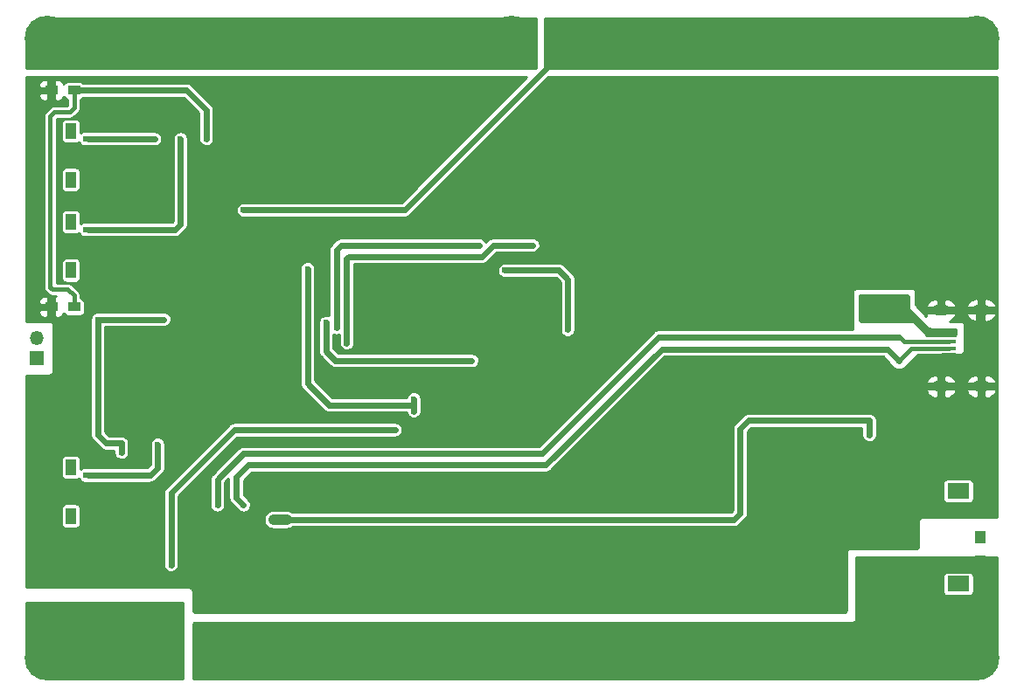
<source format=gbr>
G04 #@! TF.FileFunction,Copper,L2,Bot,Signal*
%FSLAX46Y46*%
G04 Gerber Fmt 4.6, Leading zero omitted, Abs format (unit mm)*
G04 Created by KiCad (PCBNEW 4.0.7) date Wed May  2 17:40:28 2018*
%MOMM*%
%LPD*%
G01*
G04 APERTURE LIST*
%ADD10C,0.100000*%
%ADD11C,4.400000*%
%ADD12R,2.150000X1.500000*%
%ADD13R,1.000000X1.400000*%
%ADD14R,1.000000X1.300000*%
%ADD15R,1.350000X1.350000*%
%ADD16O,1.350000X1.350000*%
%ADD17R,1.000000X0.600000*%
%ADD18R,1.000000X1.550000*%
%ADD19O,1.800000X1.000000*%
%ADD20R,2.000000X2.000000*%
%ADD21R,1.350000X0.400000*%
%ADD22R,1.200000X0.900000*%
%ADD23C,0.600000*%
%ADD24C,1.000000*%
%ADD25C,0.600000*%
%ADD26C,0.250000*%
%ADD27C,1.000000*%
%ADD28C,0.300000*%
%ADD29C,0.400000*%
G04 APERTURE END LIST*
D10*
D11*
X176900000Y-103800000D03*
X221900000Y-43800000D03*
X266900000Y-43800000D03*
X221900000Y-103800000D03*
X266900000Y-103800000D03*
X176900000Y-43800000D03*
D12*
X265117919Y-87638069D03*
D13*
X267217919Y-94600000D03*
D12*
X265117919Y-96638069D03*
D14*
X267217919Y-92100000D03*
D13*
X267217919Y-89600000D03*
D15*
X175900000Y-74800000D03*
D16*
X175900000Y-72800000D03*
D17*
X180925000Y-89325000D03*
X180925000Y-86100000D03*
D18*
X179200000Y-85350000D03*
X179200000Y-90050000D03*
D19*
X263450000Y-70125000D03*
X263450000Y-77500000D03*
X267350000Y-70100000D03*
D20*
X266900000Y-73800000D03*
D19*
X267350000Y-77500000D03*
D21*
X264225000Y-72500000D03*
X264225000Y-73150000D03*
X264225000Y-73800000D03*
X264225000Y-74450000D03*
X264225000Y-75100000D03*
D22*
X177300000Y-48800000D03*
X179500000Y-48800000D03*
X177300000Y-69800000D03*
X179500000Y-69800000D03*
D17*
X180925000Y-56725000D03*
X180925000Y-53500000D03*
D18*
X179200000Y-52750000D03*
X179200000Y-57450000D03*
D17*
X180925000Y-65525000D03*
X180925000Y-62300000D03*
D18*
X179200000Y-61550000D03*
X179200000Y-66250000D03*
D23*
X202100000Y-66100000D03*
X259200000Y-96800000D03*
X257800002Y-96800000D03*
X256399999Y-96800000D03*
D24*
X194400000Y-103300000D03*
X204400000Y-103300000D03*
X214400000Y-103300000D03*
X229400000Y-103300000D03*
X239400000Y-103300000D03*
X249400000Y-103300000D03*
X259300000Y-103300000D03*
D23*
X188200000Y-71000000D03*
X212400000Y-79899992D03*
X212400000Y-78700012D03*
X181800000Y-71000000D03*
X257800000Y-98100000D03*
X257800000Y-95500000D03*
X184100000Y-83900000D03*
X184099980Y-83000000D03*
X186500000Y-99700000D03*
X185000000Y-99700000D03*
X185000000Y-102700000D03*
X185000000Y-101200000D03*
X186500000Y-101200000D03*
X186500000Y-102700000D03*
X188000000Y-102700000D03*
X188000000Y-101200000D03*
D24*
X204400000Y-44300000D03*
X214400000Y-44300000D03*
X194400000Y-44300000D03*
X184400000Y-44300000D03*
D23*
X227300000Y-72000000D03*
X221200000Y-66250000D03*
X175900000Y-49600000D03*
X175900000Y-52800000D03*
X175900000Y-56000000D03*
X175900000Y-59200000D03*
X175900000Y-62400000D03*
X175900000Y-65600000D03*
X175900000Y-68800000D03*
X225500000Y-79700000D03*
X209300000Y-49300000D03*
X209300000Y-50800000D03*
X210800000Y-50800000D03*
X210800000Y-49300000D03*
X215300000Y-50800000D03*
X213800000Y-50800000D03*
X212300000Y-50800000D03*
X212300000Y-49300000D03*
X213800000Y-49300000D03*
X215300000Y-49300000D03*
X175900000Y-94800000D03*
X175900000Y-78800000D03*
X175900000Y-82000000D03*
X175900000Y-85200000D03*
X175900000Y-88400000D03*
X175900000Y-91600000D03*
X252000000Y-87799998D03*
X252000000Y-86400000D03*
X253400000Y-86400000D03*
X253400000Y-87800000D03*
X252000000Y-89200000D03*
X253400000Y-89200000D03*
X217600000Y-93400000D03*
X216200000Y-93400000D03*
X214800000Y-93400000D03*
X206200000Y-98899996D03*
X215300000Y-76700000D03*
X216700000Y-76700000D03*
X215300000Y-72900000D03*
X216700002Y-72900000D03*
X206800006Y-76200000D03*
X208100000Y-76200000D03*
X225500000Y-78200000D03*
X197500000Y-88200000D03*
X202400000Y-88300000D03*
X253200000Y-97000000D03*
X252500000Y-96300000D03*
X253900000Y-96300000D03*
X198800000Y-88200000D03*
X253200000Y-95600000D03*
X256500000Y-82200000D03*
X256500000Y-80800000D03*
X198700000Y-90400000D03*
X200100000Y-90400000D03*
X259400000Y-75000000D03*
X195900000Y-89000000D03*
X259400000Y-72700000D03*
X193400000Y-89000000D03*
X259400000Y-70300000D03*
X259400000Y-69300000D03*
X258400000Y-70300000D03*
X258400000Y-69300000D03*
X257400000Y-70300000D03*
X257400000Y-69300000D03*
X256400000Y-69300000D03*
X256400000Y-70300000D03*
X204900000Y-71800000D03*
X218700000Y-63800000D03*
X205900002Y-73300000D03*
X223900000Y-63800000D03*
X187600000Y-83100000D03*
X189800000Y-53500000D03*
X187300000Y-53500000D03*
X195899992Y-60400000D03*
D24*
X229400000Y-44300000D03*
X239400000Y-44300000D03*
X249400000Y-44300000D03*
X259300000Y-44300000D03*
D23*
X203900000Y-71300000D03*
X218000000Y-75000000D03*
X188900010Y-94800000D03*
X210600000Y-81700000D03*
X192300000Y-53500000D03*
D25*
X202100000Y-66524264D02*
X202100000Y-66100000D01*
X202100000Y-77200000D02*
X202100000Y-66524264D01*
X204200000Y-79300000D02*
X202100000Y-77200000D01*
X212400000Y-79300000D02*
X204200000Y-79300000D01*
D26*
X259100000Y-96800000D02*
X259200000Y-96800000D01*
X257800000Y-98100000D02*
X259100000Y-96800000D01*
X257800000Y-96800000D02*
X257800002Y-96800000D01*
X257800000Y-95500000D02*
X257800000Y-96800000D01*
X260599998Y-96800001D02*
X260599999Y-96800000D01*
X260275736Y-96800001D02*
X260599998Y-96800001D01*
X256824264Y-96800001D02*
X260275736Y-96800001D01*
X256399999Y-96800000D02*
X256824264Y-96800001D01*
X257800000Y-96800000D02*
X260275736Y-96800001D01*
X214400000Y-103300000D02*
X204400000Y-103300000D01*
X239400000Y-103300000D02*
X229400000Y-103300000D01*
X259300000Y-103300000D02*
X249400000Y-103300000D01*
D25*
X212400000Y-78700012D02*
X212400000Y-79899992D01*
X181800000Y-71000000D02*
X188200000Y-71000000D01*
X212400000Y-79300008D02*
X212400000Y-79899992D01*
X181800000Y-71000000D02*
X181800000Y-82200000D01*
X181800000Y-82200000D02*
X182600000Y-83000000D01*
X182600000Y-83000000D02*
X184099980Y-83000000D01*
X184099980Y-83899980D02*
X184100000Y-83900000D01*
X184099980Y-83000000D02*
X184099980Y-83899980D01*
X184100000Y-82999980D02*
X184099980Y-83000000D01*
D27*
X267217919Y-94600000D02*
X264160986Y-94600000D01*
D26*
X267217919Y-103482081D02*
X266900000Y-103800000D01*
D28*
X185000000Y-99700000D02*
X186500000Y-99700000D01*
X185000000Y-101200000D02*
X185000000Y-102700000D01*
X186500000Y-102700000D02*
X186500000Y-101200000D01*
X188000000Y-101200000D02*
X188000000Y-102700000D01*
D26*
X184400000Y-44300000D02*
X194400000Y-44300000D01*
D25*
X226450000Y-66250000D02*
X227300000Y-67100000D01*
X227300000Y-67100000D02*
X227300000Y-72000000D01*
X221200000Y-66250000D02*
X226450000Y-66250000D01*
D28*
X176900000Y-69800000D02*
X176100000Y-69800000D01*
X176100000Y-69800000D02*
X175900000Y-69600000D01*
X175900000Y-69600000D02*
X175900000Y-68800000D01*
X175900000Y-52800000D02*
X175900000Y-49600000D01*
X175900000Y-59200000D02*
X175900000Y-56000000D01*
X175900000Y-65600000D02*
X175900000Y-62400000D01*
D26*
X175900000Y-78800000D02*
X176324264Y-78800000D01*
X176324264Y-78800000D02*
X179200000Y-75924264D01*
X179200000Y-75924264D02*
X179200000Y-71550000D01*
X177450000Y-69800000D02*
X177300000Y-69800000D01*
X210800000Y-50800000D02*
X209300000Y-50800000D01*
X212300000Y-49300000D02*
X210800000Y-49300000D01*
X212300000Y-50800000D02*
X213800000Y-50800000D01*
X213800000Y-49300000D02*
X212300000Y-49300000D01*
X177300000Y-69800000D02*
X176900000Y-69800000D01*
X175900000Y-85200000D02*
X175900000Y-82000000D01*
X175900000Y-91600000D02*
X175900000Y-88400000D01*
X252000002Y-87800000D02*
X252000000Y-87799998D01*
X253400000Y-87800000D02*
X252000002Y-87800000D01*
X253400000Y-86400000D02*
X252000000Y-86400000D01*
X253400000Y-89200000D02*
X252000000Y-89200000D01*
X214800000Y-93400000D02*
X216200000Y-93400000D01*
X198800000Y-88200000D02*
X198500000Y-88200000D01*
X191100000Y-89900000D02*
X191100000Y-91300000D01*
X198500000Y-88200000D02*
X196800000Y-89900000D01*
X196800000Y-89900000D02*
X191100000Y-89900000D01*
X219400000Y-76200000D02*
X218900000Y-76700000D01*
X218900000Y-76700000D02*
X216700000Y-76700000D01*
X219400000Y-74500000D02*
X219400000Y-76200000D01*
X218400000Y-73500000D02*
X219400000Y-74500000D01*
X215475736Y-73500000D02*
X218400000Y-73500000D01*
X215300000Y-72900000D02*
X215300000Y-73324264D01*
X215300000Y-73324264D02*
X215475736Y-73500000D01*
X266900000Y-73800000D02*
X266900000Y-70550000D01*
X266900000Y-70550000D02*
X267350000Y-70100000D01*
X264225000Y-74450000D02*
X266250000Y-74450000D01*
X266250000Y-74450000D02*
X266900000Y-73800000D01*
X264225000Y-75100000D02*
X264225000Y-74450000D01*
X202400000Y-88300000D02*
X198900000Y-88300000D01*
X198900000Y-88300000D02*
X198800000Y-88200000D01*
X263800000Y-65800000D02*
X254900000Y-65800000D01*
X254900000Y-65800000D02*
X250300000Y-70400000D01*
X267350000Y-70100000D02*
X267350000Y-69350000D01*
X267350000Y-69350000D02*
X263800000Y-65800000D01*
D29*
X264225000Y-75100000D02*
X263150000Y-75100000D01*
D26*
X253900000Y-96300000D02*
X252500000Y-96300000D01*
X262050000Y-78900000D02*
X262050000Y-85050000D01*
X264225000Y-74450000D02*
X262450000Y-74450000D01*
X262050000Y-85050000D02*
X262100000Y-85100000D01*
X262100000Y-85100000D02*
X266700000Y-85100000D01*
X266700000Y-85100000D02*
X267217919Y-85617919D01*
X267217919Y-85617919D02*
X267217919Y-89600000D01*
D25*
X256500000Y-80800000D02*
X244800000Y-80800000D01*
X237100000Y-90400000D02*
X200100000Y-90400000D01*
X244800000Y-80800000D02*
X244000000Y-81600000D01*
X244000000Y-81600000D02*
X244000000Y-89800000D01*
X244000000Y-89800000D02*
X243400000Y-90400000D01*
X243400000Y-90400000D02*
X237100000Y-90400000D01*
X256500000Y-80800000D02*
X256500000Y-82200000D01*
D27*
X198800000Y-90400000D02*
X200100000Y-90400000D01*
D29*
X264225000Y-73800000D02*
X260600000Y-73800000D01*
X260600000Y-73800000D02*
X259699999Y-74700001D01*
X259699999Y-74700001D02*
X259400000Y-75000000D01*
D25*
X195900000Y-89000000D02*
X195200000Y-88300000D01*
X195200000Y-88300000D02*
X195200000Y-86300000D01*
X195200000Y-86300000D02*
X196400000Y-85100000D01*
X196400000Y-85100000D02*
X225200000Y-85100000D01*
X225200000Y-85100000D02*
X236400000Y-73900000D01*
X236400000Y-73900000D02*
X258300000Y-73900000D01*
X258300000Y-73900000D02*
X259400000Y-75000000D01*
X236100000Y-72700000D02*
X258975736Y-72700000D01*
X195900000Y-84000000D02*
X224800000Y-84000000D01*
D29*
X264225000Y-73150000D02*
X259850000Y-73150000D01*
D25*
X258975736Y-72700000D02*
X259400000Y-72700000D01*
D29*
X259699999Y-72999999D02*
X259400000Y-72700000D01*
D25*
X193400000Y-86500000D02*
X195900000Y-84000000D01*
D29*
X259850000Y-73150000D02*
X259699999Y-72999999D01*
D25*
X193400000Y-89000000D02*
X193400000Y-86500000D01*
X224800000Y-84000000D02*
X236100000Y-72700000D01*
D29*
X264225000Y-72500000D02*
X262200000Y-72500000D01*
D26*
X260500000Y-70300000D02*
X259400000Y-70300000D01*
X259400000Y-70300000D02*
X258400000Y-70300000D01*
D25*
X259400000Y-69300000D02*
X259400000Y-70300000D01*
D26*
X258400000Y-70300000D02*
X257400000Y-70300000D01*
D25*
X258400000Y-69300000D02*
X258400000Y-70300000D01*
D26*
X257400000Y-70300000D02*
X256400000Y-70300000D01*
D25*
X256400000Y-69300000D02*
X257400000Y-69300000D01*
D26*
X262700000Y-72500000D02*
X260500000Y-70300000D01*
D25*
X204900000Y-64300000D02*
X204900000Y-71375736D01*
X204900000Y-71375736D02*
X204900000Y-71800000D01*
X205400000Y-63800000D02*
X204900000Y-64300000D01*
X218700000Y-63800000D02*
X205400000Y-63800000D01*
X223900000Y-63800000D02*
X220100000Y-63800000D01*
X220100000Y-63800000D02*
X219000000Y-64900000D01*
X219000000Y-64900000D02*
X206100000Y-64900000D01*
X206100000Y-64900000D02*
X205900002Y-65099998D01*
X205900002Y-65099998D02*
X205900002Y-73300000D01*
X180925000Y-86100000D02*
X186900000Y-86100000D01*
X186900000Y-86100000D02*
X187600000Y-85400000D01*
X187600000Y-85400000D02*
X187600000Y-83100000D01*
X180925000Y-62300000D02*
X189300000Y-62300000D01*
X189300000Y-62300000D02*
X189800000Y-61800000D01*
X189800000Y-61800000D02*
X189800000Y-53500000D01*
X180925000Y-53500000D02*
X187300000Y-53500000D01*
X211500000Y-60400000D02*
X196324256Y-60400000D01*
X228100000Y-43800000D02*
X211500000Y-60400000D01*
X196324256Y-60400000D02*
X195899992Y-60400000D01*
D26*
X239400000Y-44300000D02*
X229400000Y-44300000D01*
X259300000Y-44300000D02*
X249400000Y-44300000D01*
X266900000Y-43800000D02*
X228100000Y-43800000D01*
D25*
X203900000Y-71724264D02*
X203900000Y-71300000D01*
X203900000Y-74100000D02*
X203900000Y-71724264D01*
X204800000Y-75000000D02*
X203900000Y-74100000D01*
X218000000Y-75000000D02*
X204800000Y-75000000D01*
X188900010Y-87799990D02*
X188900010Y-94375736D01*
X188900010Y-94375736D02*
X188900010Y-94800000D01*
X195000000Y-81700000D02*
X188900010Y-87799990D01*
X210600000Y-81700000D02*
X195000000Y-81700000D01*
D29*
X179500000Y-69800000D02*
X179500000Y-68700000D01*
X179500000Y-68700000D02*
X178900000Y-68100000D01*
X178900000Y-68100000D02*
X177400000Y-68100000D01*
X179100000Y-50900000D02*
X179500000Y-50500000D01*
X177400000Y-68100000D02*
X177200000Y-67900000D01*
X177200000Y-67900000D02*
X177200000Y-51300000D01*
X177200000Y-51300000D02*
X177600000Y-50900000D01*
X179500000Y-50500000D02*
X179500000Y-48800000D01*
X177600000Y-50900000D02*
X179100000Y-50900000D01*
D25*
X190400000Y-48800000D02*
X192300000Y-50700000D01*
X192300000Y-50700000D02*
X192300000Y-53500000D01*
X179500000Y-48800000D02*
X190400000Y-48800000D01*
D26*
G36*
X260134024Y-68628955D02*
X260166736Y-68638879D01*
X260196890Y-68654997D01*
X260223316Y-68676684D01*
X260245003Y-68703110D01*
X260261121Y-68733264D01*
X260271045Y-68765976D01*
X260275000Y-68806138D01*
X260275000Y-69775736D01*
X260275602Y-69787987D01*
X260281366Y-69846514D01*
X260286147Y-69870549D01*
X260303219Y-69926827D01*
X260312596Y-69949466D01*
X260340319Y-70001332D01*
X260353933Y-70021706D01*
X260391242Y-70067167D01*
X260399480Y-70076256D01*
X262123744Y-71800520D01*
X262132833Y-71808758D01*
X262178294Y-71846067D01*
X262198668Y-71859681D01*
X262250534Y-71887404D01*
X262273173Y-71896781D01*
X262329451Y-71913853D01*
X262353486Y-71918634D01*
X262412013Y-71924398D01*
X262424264Y-71925000D01*
X264693862Y-71925000D01*
X264734024Y-71928955D01*
X264766736Y-71938879D01*
X264796890Y-71954997D01*
X264823316Y-71976684D01*
X264845003Y-72003110D01*
X264861121Y-72033264D01*
X264871045Y-72065976D01*
X264875000Y-72106138D01*
X264875000Y-72393862D01*
X264871045Y-72434024D01*
X264861121Y-72466736D01*
X264845003Y-72496890D01*
X264823621Y-72522944D01*
X263550000Y-72522944D01*
X263524217Y-72525000D01*
X262103000Y-72525000D01*
X262096177Y-72519401D01*
X260876256Y-71299480D01*
X260867167Y-71291242D01*
X260821706Y-71253933D01*
X260801332Y-71240319D01*
X260749466Y-71212596D01*
X260726827Y-71203219D01*
X260670549Y-71186147D01*
X260646514Y-71181366D01*
X260587987Y-71175602D01*
X260575736Y-71175000D01*
X255706138Y-71175000D01*
X255665976Y-71171045D01*
X255633264Y-71161121D01*
X255603110Y-71145003D01*
X255576684Y-71123316D01*
X255554997Y-71096890D01*
X255538879Y-71066736D01*
X255528955Y-71034024D01*
X255525000Y-70993862D01*
X255525000Y-68806138D01*
X255528955Y-68765976D01*
X255538879Y-68733264D01*
X255554997Y-68703110D01*
X255576684Y-68676684D01*
X255603110Y-68654997D01*
X255633264Y-68638879D01*
X255665976Y-68628955D01*
X255706138Y-68625000D01*
X260093862Y-68625000D01*
X260134024Y-68628955D01*
X260134024Y-68628955D01*
G37*
X260134024Y-68628955D02*
X260166736Y-68638879D01*
X260196890Y-68654997D01*
X260223316Y-68676684D01*
X260245003Y-68703110D01*
X260261121Y-68733264D01*
X260271045Y-68765976D01*
X260275000Y-68806138D01*
X260275000Y-69775736D01*
X260275602Y-69787987D01*
X260281366Y-69846514D01*
X260286147Y-69870549D01*
X260303219Y-69926827D01*
X260312596Y-69949466D01*
X260340319Y-70001332D01*
X260353933Y-70021706D01*
X260391242Y-70067167D01*
X260399480Y-70076256D01*
X262123744Y-71800520D01*
X262132833Y-71808758D01*
X262178294Y-71846067D01*
X262198668Y-71859681D01*
X262250534Y-71887404D01*
X262273173Y-71896781D01*
X262329451Y-71913853D01*
X262353486Y-71918634D01*
X262412013Y-71924398D01*
X262424264Y-71925000D01*
X264693862Y-71925000D01*
X264734024Y-71928955D01*
X264766736Y-71938879D01*
X264796890Y-71954997D01*
X264823316Y-71976684D01*
X264845003Y-72003110D01*
X264861121Y-72033264D01*
X264871045Y-72065976D01*
X264875000Y-72106138D01*
X264875000Y-72393862D01*
X264871045Y-72434024D01*
X264861121Y-72466736D01*
X264845003Y-72496890D01*
X264823621Y-72522944D01*
X263550000Y-72522944D01*
X263524217Y-72525000D01*
X262103000Y-72525000D01*
X262096177Y-72519401D01*
X260876256Y-71299480D01*
X260867167Y-71291242D01*
X260821706Y-71253933D01*
X260801332Y-71240319D01*
X260749466Y-71212596D01*
X260726827Y-71203219D01*
X260670549Y-71186147D01*
X260646514Y-71181366D01*
X260587987Y-71175602D01*
X260575736Y-71175000D01*
X255706138Y-71175000D01*
X255665976Y-71171045D01*
X255633264Y-71161121D01*
X255603110Y-71145003D01*
X255576684Y-71123316D01*
X255554997Y-71096890D01*
X255538879Y-71066736D01*
X255528955Y-71034024D01*
X255525000Y-70993862D01*
X255525000Y-68806138D01*
X255528955Y-68765976D01*
X255538879Y-68733264D01*
X255554997Y-68703110D01*
X255576684Y-68676684D01*
X255603110Y-68654997D01*
X255633264Y-68638879D01*
X255665976Y-68628955D01*
X255706138Y-68625000D01*
X260093862Y-68625000D01*
X260134024Y-68628955D01*
G36*
X211199696Y-59675000D02*
X195906986Y-59675000D01*
X195833965Y-59674490D01*
X195694304Y-59701132D01*
X195562477Y-59754394D01*
X195443506Y-59832246D01*
X195341922Y-59931724D01*
X195261596Y-60049039D01*
X195205585Y-60179721D01*
X195176024Y-60318794D01*
X195174039Y-60460960D01*
X195199705Y-60600804D01*
X195252045Y-60732999D01*
X195329065Y-60852511D01*
X195427831Y-60954787D01*
X195544582Y-61035931D01*
X195674871Y-61092852D01*
X195813734Y-61123383D01*
X195955882Y-61126361D01*
X195963601Y-61125000D01*
X211500000Y-61125000D01*
X211566600Y-61118470D01*
X211633365Y-61112628D01*
X211637028Y-61111564D01*
X211640820Y-61111192D01*
X211704923Y-61091838D01*
X211769242Y-61073152D01*
X211772626Y-61071398D01*
X211776276Y-61070296D01*
X211835432Y-61038842D01*
X211894863Y-61008036D01*
X211897841Y-61005659D01*
X211901209Y-61003868D01*
X211953157Y-60961500D01*
X212005444Y-60919760D01*
X212010744Y-60914534D01*
X212010860Y-60914439D01*
X212010949Y-60914331D01*
X212012652Y-60912652D01*
X225400305Y-47525000D01*
X268900000Y-47525000D01*
X268900000Y-90175000D01*
X261653489Y-90175000D01*
X261642475Y-90175486D01*
X261589815Y-90180144D01*
X261568131Y-90184011D01*
X261517106Y-90197840D01*
X261496433Y-90205454D01*
X261448628Y-90228026D01*
X261429618Y-90239148D01*
X261386517Y-90269760D01*
X261369750Y-90284048D01*
X261332692Y-90321751D01*
X261318697Y-90338759D01*
X261288832Y-90382381D01*
X261278038Y-90401583D01*
X261256294Y-90449770D01*
X261249038Y-90470568D01*
X261236090Y-90521824D01*
X261232598Y-90543575D01*
X261228849Y-90596308D01*
X261228553Y-90607327D01*
X261269662Y-92991466D01*
X261267088Y-93027665D01*
X261259556Y-93057484D01*
X261246908Y-93085512D01*
X261229537Y-93110885D01*
X261207972Y-93132825D01*
X261182906Y-93150628D01*
X261155095Y-93163759D01*
X261125420Y-93171802D01*
X261089263Y-93175000D01*
X254700000Y-93175000D01*
X254687749Y-93175602D01*
X254629222Y-93181366D01*
X254605187Y-93186147D01*
X254548909Y-93203219D01*
X254526270Y-93212596D01*
X254474404Y-93240319D01*
X254454030Y-93253933D01*
X254408569Y-93291242D01*
X254391242Y-93308569D01*
X254353933Y-93354030D01*
X254340319Y-93374404D01*
X254312596Y-93426270D01*
X254303219Y-93448909D01*
X254286147Y-93505187D01*
X254281366Y-93529222D01*
X254275602Y-93587749D01*
X254275000Y-93600000D01*
X254275000Y-99193862D01*
X254271045Y-99234024D01*
X254261121Y-99266736D01*
X254245003Y-99296890D01*
X254223316Y-99323316D01*
X254196890Y-99345003D01*
X254166736Y-99361121D01*
X254134024Y-99371045D01*
X254093862Y-99375000D01*
X191206138Y-99375000D01*
X191165976Y-99371045D01*
X191133264Y-99361121D01*
X191103110Y-99345003D01*
X191076684Y-99323316D01*
X191054997Y-99296890D01*
X191038879Y-99266736D01*
X191028955Y-99234024D01*
X191025000Y-99193862D01*
X191025000Y-97400000D01*
X191024398Y-97387749D01*
X191018634Y-97329222D01*
X191013853Y-97305187D01*
X190996781Y-97248909D01*
X190987404Y-97226270D01*
X190959681Y-97174404D01*
X190946067Y-97154030D01*
X190908758Y-97108569D01*
X190891431Y-97091242D01*
X190845970Y-97053933D01*
X190825596Y-97040319D01*
X190773730Y-97012596D01*
X190751091Y-97003219D01*
X190694813Y-96986147D01*
X190670778Y-96981366D01*
X190612251Y-96975602D01*
X190600000Y-96975000D01*
X174900000Y-96975000D01*
X174900000Y-94860960D01*
X188174057Y-94860960D01*
X188199723Y-95000804D01*
X188252063Y-95132999D01*
X188329083Y-95252511D01*
X188427849Y-95354787D01*
X188544600Y-95435931D01*
X188674889Y-95492852D01*
X188813752Y-95523383D01*
X188955900Y-95526361D01*
X189095920Y-95501672D01*
X189228478Y-95450256D01*
X189348524Y-95374072D01*
X189451487Y-95276022D01*
X189533444Y-95159841D01*
X189591274Y-95029953D01*
X189622773Y-94891306D01*
X189623760Y-94820634D01*
X189624939Y-94810123D01*
X189625010Y-94800000D01*
X189625010Y-94731130D01*
X189625041Y-94728910D01*
X189625010Y-94728753D01*
X189625010Y-90393542D01*
X197875023Y-90393542D01*
X197891384Y-90573328D01*
X197942355Y-90746511D01*
X198025993Y-90906496D01*
X198139113Y-91047189D01*
X198277406Y-91163230D01*
X198435604Y-91250200D01*
X198607682Y-91304787D01*
X198787085Y-91324910D01*
X198800000Y-91325000D01*
X200100000Y-91325000D01*
X200279667Y-91307384D01*
X200452490Y-91255205D01*
X200611887Y-91170452D01*
X200667617Y-91125000D01*
X243400000Y-91125000D01*
X243466600Y-91118470D01*
X243533365Y-91112628D01*
X243537028Y-91111564D01*
X243540820Y-91111192D01*
X243604923Y-91091838D01*
X243669242Y-91073152D01*
X243672626Y-91071398D01*
X243676276Y-91070296D01*
X243735432Y-91038842D01*
X243794863Y-91008036D01*
X243797841Y-91005659D01*
X243801209Y-91003868D01*
X243853157Y-90961500D01*
X243905444Y-90919760D01*
X243910744Y-90914534D01*
X243910860Y-90914439D01*
X243910949Y-90914331D01*
X243912652Y-90912652D01*
X244512652Y-90312653D01*
X244555140Y-90260926D01*
X244598207Y-90209601D01*
X244600045Y-90206258D01*
X244602463Y-90203314D01*
X244634089Y-90144332D01*
X244666373Y-90085608D01*
X244667526Y-90081972D01*
X244669327Y-90078614D01*
X244688909Y-90014566D01*
X244709157Y-89950736D01*
X244709582Y-89946950D01*
X244710697Y-89943302D01*
X244717470Y-89876619D01*
X244724929Y-89810123D01*
X244724981Y-89802676D01*
X244724996Y-89802531D01*
X244724983Y-89802396D01*
X244725000Y-89800000D01*
X244725000Y-86888069D01*
X263615863Y-86888069D01*
X263615863Y-88388069D01*
X263621260Y-88455749D01*
X263656809Y-88570541D01*
X263722931Y-88670884D01*
X263814390Y-88748834D01*
X263923944Y-88798217D01*
X264042919Y-88815125D01*
X266192919Y-88815125D01*
X266260599Y-88809728D01*
X266375391Y-88774179D01*
X266475734Y-88708057D01*
X266553684Y-88616598D01*
X266603067Y-88507044D01*
X266619975Y-88388069D01*
X266619975Y-86888069D01*
X266614578Y-86820389D01*
X266579029Y-86705597D01*
X266512907Y-86605254D01*
X266421448Y-86527304D01*
X266311894Y-86477921D01*
X266192919Y-86461013D01*
X264042919Y-86461013D01*
X263975239Y-86466410D01*
X263860447Y-86501959D01*
X263760104Y-86568081D01*
X263682154Y-86659540D01*
X263632771Y-86769094D01*
X263615863Y-86888069D01*
X244725000Y-86888069D01*
X244725000Y-81900304D01*
X245100305Y-81525000D01*
X255775000Y-81525000D01*
X255775000Y-82192706D01*
X255774047Y-82260960D01*
X255799713Y-82400804D01*
X255852053Y-82532999D01*
X255929073Y-82652511D01*
X256027839Y-82754787D01*
X256144590Y-82835931D01*
X256274879Y-82892852D01*
X256413742Y-82923383D01*
X256555890Y-82926361D01*
X256695910Y-82901672D01*
X256828468Y-82850256D01*
X256948514Y-82774072D01*
X257051477Y-82676022D01*
X257133434Y-82559841D01*
X257191264Y-82429953D01*
X257222763Y-82291306D01*
X257223750Y-82220634D01*
X257224929Y-82210123D01*
X257225000Y-82200000D01*
X257225000Y-82131130D01*
X257225031Y-82128910D01*
X257225000Y-82128753D01*
X257225000Y-80800000D01*
X257224158Y-80791414D01*
X257225031Y-80728910D01*
X257197415Y-80589438D01*
X257143234Y-80457986D01*
X257064553Y-80339562D01*
X256964368Y-80238675D01*
X256846496Y-80159169D01*
X256715426Y-80104072D01*
X256576150Y-80075483D01*
X256433973Y-80074490D01*
X256431300Y-80075000D01*
X244800000Y-80075000D01*
X244733396Y-80081531D01*
X244666636Y-80087372D01*
X244662974Y-80088436D01*
X244659180Y-80088808D01*
X244595051Y-80108169D01*
X244530759Y-80126848D01*
X244527377Y-80128601D01*
X244523724Y-80129704D01*
X244464550Y-80161167D01*
X244405137Y-80191964D01*
X244402159Y-80194341D01*
X244398791Y-80196132D01*
X244346843Y-80238500D01*
X244294556Y-80280240D01*
X244289252Y-80285470D01*
X244289140Y-80285561D01*
X244289054Y-80285665D01*
X244287348Y-80287347D01*
X243487348Y-81087348D01*
X243444880Y-81139049D01*
X243401793Y-81190399D01*
X243399955Y-81193742D01*
X243397537Y-81196686D01*
X243365911Y-81255668D01*
X243333627Y-81314392D01*
X243332474Y-81318028D01*
X243330673Y-81321386D01*
X243311091Y-81385434D01*
X243290843Y-81449264D01*
X243290418Y-81453050D01*
X243289303Y-81456698D01*
X243282530Y-81523381D01*
X243275071Y-81589877D01*
X243275019Y-81597324D01*
X243275004Y-81597469D01*
X243275017Y-81597604D01*
X243275000Y-81600000D01*
X243275000Y-89499695D01*
X243099696Y-89675000D01*
X200668155Y-89675000D01*
X200622594Y-89636770D01*
X200464396Y-89549800D01*
X200292318Y-89495213D01*
X200112915Y-89475090D01*
X200100000Y-89475000D01*
X198800000Y-89475000D01*
X198620333Y-89492616D01*
X198447510Y-89544795D01*
X198288113Y-89629548D01*
X198148213Y-89743647D01*
X198033140Y-89882747D01*
X197947277Y-90041548D01*
X197893893Y-90214003D01*
X197875023Y-90393542D01*
X189625010Y-90393542D01*
X189625010Y-89060960D01*
X192674047Y-89060960D01*
X192699713Y-89200804D01*
X192752053Y-89332999D01*
X192829073Y-89452511D01*
X192927839Y-89554787D01*
X193044590Y-89635931D01*
X193174879Y-89692852D01*
X193313742Y-89723383D01*
X193455890Y-89726361D01*
X193595910Y-89701672D01*
X193728468Y-89650256D01*
X193848514Y-89574072D01*
X193951477Y-89476022D01*
X194033434Y-89359841D01*
X194091264Y-89229953D01*
X194122763Y-89091306D01*
X194123750Y-89020634D01*
X194124929Y-89010123D01*
X194125000Y-89000000D01*
X194125000Y-88931130D01*
X194125031Y-88928910D01*
X194125000Y-88928753D01*
X194125000Y-86800304D01*
X194475000Y-86450304D01*
X194475000Y-88300000D01*
X194481530Y-88366600D01*
X194487372Y-88433365D01*
X194488436Y-88437028D01*
X194488808Y-88440820D01*
X194508162Y-88504923D01*
X194526848Y-88569242D01*
X194528602Y-88572626D01*
X194529704Y-88576276D01*
X194561158Y-88635432D01*
X194591964Y-88694863D01*
X194594341Y-88697841D01*
X194596132Y-88701209D01*
X194638500Y-88753157D01*
X194680240Y-88805444D01*
X194685466Y-88810744D01*
X194685561Y-88810860D01*
X194685669Y-88810949D01*
X194687348Y-88812652D01*
X195381607Y-89506912D01*
X195427839Y-89554787D01*
X195544590Y-89635931D01*
X195674879Y-89692852D01*
X195813742Y-89723383D01*
X195955890Y-89726361D01*
X196095910Y-89701672D01*
X196228468Y-89650256D01*
X196348514Y-89574072D01*
X196451477Y-89476022D01*
X196533434Y-89359841D01*
X196591264Y-89229953D01*
X196622763Y-89091306D01*
X196623781Y-89018449D01*
X196624960Y-89007592D01*
X196624074Y-88997461D01*
X196625031Y-88928910D01*
X196597415Y-88789438D01*
X196543234Y-88657986D01*
X196464553Y-88539562D01*
X196364368Y-88438675D01*
X196363176Y-88437871D01*
X195925000Y-87999696D01*
X195925000Y-86600304D01*
X196700305Y-85825000D01*
X225200000Y-85825000D01*
X225266600Y-85818470D01*
X225333365Y-85812628D01*
X225337028Y-85811564D01*
X225340820Y-85811192D01*
X225404923Y-85791838D01*
X225469242Y-85773152D01*
X225472626Y-85771398D01*
X225476276Y-85770296D01*
X225535432Y-85738842D01*
X225594863Y-85708036D01*
X225597841Y-85705659D01*
X225601209Y-85703868D01*
X225653157Y-85661500D01*
X225705444Y-85619760D01*
X225710744Y-85614534D01*
X225710860Y-85614439D01*
X225710949Y-85614331D01*
X225712652Y-85612652D01*
X233405510Y-77919794D01*
X261997640Y-77919794D01*
X262059725Y-78094166D01*
X262194669Y-78275942D01*
X262362483Y-78427899D01*
X262556718Y-78544198D01*
X262769909Y-78620369D01*
X262993864Y-78653484D01*
X263175000Y-78489814D01*
X263175000Y-77750000D01*
X263725000Y-77750000D01*
X263725000Y-78489814D01*
X263906136Y-78653484D01*
X264130091Y-78620369D01*
X264343282Y-78544198D01*
X264537517Y-78427899D01*
X264705331Y-78275942D01*
X264840275Y-78094166D01*
X264902360Y-77919794D01*
X265897640Y-77919794D01*
X265959725Y-78094166D01*
X266094669Y-78275942D01*
X266262483Y-78427899D01*
X266456718Y-78544198D01*
X266669909Y-78620369D01*
X266893864Y-78653484D01*
X267075000Y-78489814D01*
X267075000Y-77750000D01*
X267625000Y-77750000D01*
X267625000Y-78489814D01*
X267806136Y-78653484D01*
X268030091Y-78620369D01*
X268243282Y-78544198D01*
X268437517Y-78427899D01*
X268605331Y-78275942D01*
X268740275Y-78094166D01*
X268802360Y-77919794D01*
X268692145Y-77750000D01*
X267625000Y-77750000D01*
X267075000Y-77750000D01*
X266007855Y-77750000D01*
X265897640Y-77919794D01*
X264902360Y-77919794D01*
X264792145Y-77750000D01*
X263725000Y-77750000D01*
X263175000Y-77750000D01*
X262107855Y-77750000D01*
X261997640Y-77919794D01*
X233405510Y-77919794D01*
X234245098Y-77080206D01*
X261997640Y-77080206D01*
X262107855Y-77250000D01*
X263175000Y-77250000D01*
X263175000Y-76510186D01*
X263725000Y-76510186D01*
X263725000Y-77250000D01*
X264792145Y-77250000D01*
X264902360Y-77080206D01*
X265897640Y-77080206D01*
X266007855Y-77250000D01*
X267075000Y-77250000D01*
X267075000Y-76510186D01*
X267625000Y-76510186D01*
X267625000Y-77250000D01*
X268692145Y-77250000D01*
X268802360Y-77080206D01*
X268740275Y-76905834D01*
X268605331Y-76724058D01*
X268437517Y-76572101D01*
X268243282Y-76455802D01*
X268030091Y-76379631D01*
X267806136Y-76346516D01*
X267625000Y-76510186D01*
X267075000Y-76510186D01*
X266893864Y-76346516D01*
X266669909Y-76379631D01*
X266456718Y-76455802D01*
X266262483Y-76572101D01*
X266094669Y-76724058D01*
X265959725Y-76905834D01*
X265897640Y-77080206D01*
X264902360Y-77080206D01*
X264840275Y-76905834D01*
X264705331Y-76724058D01*
X264537517Y-76572101D01*
X264343282Y-76455802D01*
X264130091Y-76379631D01*
X263906136Y-76346516D01*
X263725000Y-76510186D01*
X263175000Y-76510186D01*
X262993864Y-76346516D01*
X262769909Y-76379631D01*
X262556718Y-76455802D01*
X262362483Y-76572101D01*
X262194669Y-76724058D01*
X262059725Y-76905834D01*
X261997640Y-77080206D01*
X234245098Y-77080206D01*
X236700304Y-74625000D01*
X257837579Y-74625000D01*
X258819058Y-75688269D01*
X258826361Y-75695554D01*
X258862796Y-75729012D01*
X258879074Y-75741653D01*
X258920511Y-75768669D01*
X258938646Y-75778464D01*
X258983960Y-75798304D01*
X259003457Y-75804985D01*
X259051414Y-75817109D01*
X259071746Y-75820497D01*
X259121044Y-75824575D01*
X259131349Y-75825000D01*
X259675736Y-75825000D01*
X259687987Y-75824398D01*
X259746514Y-75818634D01*
X259770549Y-75813853D01*
X259826827Y-75796781D01*
X259849466Y-75787404D01*
X259901332Y-75759681D01*
X259921706Y-75746067D01*
X259967167Y-75708758D01*
X259976256Y-75700520D01*
X261196177Y-74480599D01*
X261227374Y-74454997D01*
X261257528Y-74438879D01*
X261290240Y-74428955D01*
X261330402Y-74425000D01*
X263535533Y-74425000D01*
X263550000Y-74427056D01*
X264900000Y-74427056D01*
X264925783Y-74425000D01*
X265300000Y-74425000D01*
X265312251Y-74424398D01*
X265370778Y-74418634D01*
X265394813Y-74413853D01*
X265451091Y-74396781D01*
X265473730Y-74387404D01*
X265525596Y-74359681D01*
X265545970Y-74346067D01*
X265591431Y-74308758D01*
X265608758Y-74291431D01*
X265646067Y-74245970D01*
X265659681Y-74225596D01*
X265687404Y-74173730D01*
X265696781Y-74151091D01*
X265713853Y-74094813D01*
X265718634Y-74070778D01*
X265724398Y-74012251D01*
X265725000Y-74000000D01*
X265725000Y-71600000D01*
X265724398Y-71587749D01*
X265718634Y-71529222D01*
X265713853Y-71505187D01*
X265696781Y-71448909D01*
X265687404Y-71426270D01*
X265659681Y-71374404D01*
X265646067Y-71354030D01*
X265608758Y-71308569D01*
X265591431Y-71291242D01*
X265545970Y-71253933D01*
X265525596Y-71240319D01*
X265473730Y-71212596D01*
X265451091Y-71203219D01*
X265394813Y-71186147D01*
X265370778Y-71181366D01*
X265312251Y-71175602D01*
X265300000Y-71175000D01*
X264327043Y-71175000D01*
X264343282Y-71169198D01*
X264537517Y-71052899D01*
X264705331Y-70900942D01*
X264840275Y-70719166D01*
X264902360Y-70544794D01*
X264886133Y-70519794D01*
X265897640Y-70519794D01*
X265959725Y-70694166D01*
X266094669Y-70875942D01*
X266262483Y-71027899D01*
X266456718Y-71144198D01*
X266669909Y-71220369D01*
X266893864Y-71253484D01*
X267075000Y-71089814D01*
X267075000Y-70350000D01*
X267625000Y-70350000D01*
X267625000Y-71089814D01*
X267806136Y-71253484D01*
X268030091Y-71220369D01*
X268243282Y-71144198D01*
X268437517Y-71027899D01*
X268605331Y-70875942D01*
X268740275Y-70694166D01*
X268802360Y-70519794D01*
X268692145Y-70350000D01*
X267625000Y-70350000D01*
X267075000Y-70350000D01*
X266007855Y-70350000D01*
X265897640Y-70519794D01*
X264886133Y-70519794D01*
X264792145Y-70375000D01*
X263725000Y-70375000D01*
X263725000Y-70420000D01*
X263175000Y-70420000D01*
X263175000Y-70375000D01*
X262107855Y-70375000D01*
X261997640Y-70544794D01*
X262039700Y-70662924D01*
X261081982Y-69705206D01*
X261997640Y-69705206D01*
X262107855Y-69875000D01*
X263175000Y-69875000D01*
X263175000Y-69135186D01*
X263725000Y-69135186D01*
X263725000Y-69875000D01*
X264792145Y-69875000D01*
X264902360Y-69705206D01*
X264893459Y-69680206D01*
X265897640Y-69680206D01*
X266007855Y-69850000D01*
X267075000Y-69850000D01*
X267075000Y-69110186D01*
X267625000Y-69110186D01*
X267625000Y-69850000D01*
X268692145Y-69850000D01*
X268802360Y-69680206D01*
X268740275Y-69505834D01*
X268605331Y-69324058D01*
X268437517Y-69172101D01*
X268243282Y-69055802D01*
X268030091Y-68979631D01*
X267806136Y-68946516D01*
X267625000Y-69110186D01*
X267075000Y-69110186D01*
X266893864Y-68946516D01*
X266669909Y-68979631D01*
X266456718Y-69055802D01*
X266262483Y-69172101D01*
X266094669Y-69324058D01*
X265959725Y-69505834D01*
X265897640Y-69680206D01*
X264893459Y-69680206D01*
X264840275Y-69530834D01*
X264705331Y-69349058D01*
X264537517Y-69197101D01*
X264343282Y-69080802D01*
X264130091Y-69004631D01*
X263906136Y-68971516D01*
X263725000Y-69135186D01*
X263175000Y-69135186D01*
X262993864Y-68971516D01*
X262769909Y-69004631D01*
X262556718Y-69080802D01*
X262362483Y-69197101D01*
X262194669Y-69349058D01*
X262059725Y-69530834D01*
X261997640Y-69705206D01*
X261081982Y-69705206D01*
X261080599Y-69703823D01*
X261054997Y-69672626D01*
X261038879Y-69642472D01*
X261028955Y-69609760D01*
X261025000Y-69569598D01*
X261025000Y-68400000D01*
X261024398Y-68387749D01*
X261018634Y-68329222D01*
X261013853Y-68305187D01*
X260996781Y-68248909D01*
X260987404Y-68226270D01*
X260959681Y-68174404D01*
X260946067Y-68154030D01*
X260908758Y-68108569D01*
X260891431Y-68091242D01*
X260845970Y-68053933D01*
X260825596Y-68040319D01*
X260773730Y-68012596D01*
X260751091Y-68003219D01*
X260694813Y-67986147D01*
X260670778Y-67981366D01*
X260612251Y-67975602D01*
X260600000Y-67975000D01*
X255300000Y-67975000D01*
X255287749Y-67975602D01*
X255229222Y-67981366D01*
X255205187Y-67986147D01*
X255148909Y-68003219D01*
X255126270Y-68012596D01*
X255074404Y-68040319D01*
X255054030Y-68053933D01*
X255008569Y-68091242D01*
X254991242Y-68108569D01*
X254953933Y-68154030D01*
X254940319Y-68174404D01*
X254912596Y-68226270D01*
X254903219Y-68248909D01*
X254886147Y-68305187D01*
X254881366Y-68329222D01*
X254875602Y-68387749D01*
X254875000Y-68400000D01*
X254875000Y-71975000D01*
X236100000Y-71975000D01*
X236033355Y-71981535D01*
X235966635Y-71987372D01*
X235962972Y-71988436D01*
X235959180Y-71988808D01*
X235895077Y-72008162D01*
X235830758Y-72026848D01*
X235827374Y-72028602D01*
X235823724Y-72029704D01*
X235764568Y-72061158D01*
X235705137Y-72091964D01*
X235702159Y-72094341D01*
X235698791Y-72096132D01*
X235646843Y-72138500D01*
X235594556Y-72180240D01*
X235589252Y-72185469D01*
X235589140Y-72185561D01*
X235589054Y-72185665D01*
X235587347Y-72187348D01*
X224499696Y-83275000D01*
X195900000Y-83275000D01*
X195833400Y-83281530D01*
X195766635Y-83287372D01*
X195762972Y-83288436D01*
X195759180Y-83288808D01*
X195695063Y-83308166D01*
X195630759Y-83326848D01*
X195627377Y-83328601D01*
X195623724Y-83329704D01*
X195564550Y-83361167D01*
X195505137Y-83391964D01*
X195502159Y-83394341D01*
X195498791Y-83396132D01*
X195446843Y-83438500D01*
X195394556Y-83480240D01*
X195389256Y-83485466D01*
X195389140Y-83485561D01*
X195389051Y-83485669D01*
X195387348Y-83487348D01*
X192887348Y-85987348D01*
X192844880Y-86039049D01*
X192801793Y-86090399D01*
X192799955Y-86093742D01*
X192797537Y-86096686D01*
X192765911Y-86155668D01*
X192733627Y-86214392D01*
X192732474Y-86218028D01*
X192730673Y-86221386D01*
X192711091Y-86285434D01*
X192690843Y-86349264D01*
X192690418Y-86353050D01*
X192689303Y-86356698D01*
X192682530Y-86423381D01*
X192675071Y-86489877D01*
X192675019Y-86497324D01*
X192675004Y-86497469D01*
X192675017Y-86497604D01*
X192675000Y-86500000D01*
X192675000Y-88992706D01*
X192674047Y-89060960D01*
X189625010Y-89060960D01*
X189625010Y-88100294D01*
X195300305Y-82425000D01*
X210590926Y-82425000D01*
X210655890Y-82426361D01*
X210795910Y-82401672D01*
X210928468Y-82350256D01*
X211048514Y-82274072D01*
X211151477Y-82176022D01*
X211233434Y-82059841D01*
X211291264Y-81929953D01*
X211322763Y-81791306D01*
X211323812Y-81716193D01*
X211324982Y-81705061D01*
X211324102Y-81695396D01*
X211325031Y-81628910D01*
X211297415Y-81489438D01*
X211243234Y-81357986D01*
X211164553Y-81239562D01*
X211064368Y-81138675D01*
X210946496Y-81059169D01*
X210815426Y-81004072D01*
X210676150Y-80975483D01*
X210533973Y-80974490D01*
X210531300Y-80975000D01*
X195000000Y-80975000D01*
X194933396Y-80981531D01*
X194866636Y-80987372D01*
X194862973Y-80988436D01*
X194859180Y-80988808D01*
X194795098Y-81008155D01*
X194730759Y-81026847D01*
X194727372Y-81028603D01*
X194723724Y-81029704D01*
X194664585Y-81061149D01*
X194605137Y-81091964D01*
X194602159Y-81094341D01*
X194598791Y-81096132D01*
X194546874Y-81138475D01*
X194494556Y-81180239D01*
X194489251Y-81185471D01*
X194489140Y-81185561D01*
X194489055Y-81185663D01*
X194487348Y-81187347D01*
X188387358Y-87287338D01*
X188344890Y-87339039D01*
X188301803Y-87390389D01*
X188299965Y-87393732D01*
X188297547Y-87396676D01*
X188265921Y-87455658D01*
X188233637Y-87514382D01*
X188232484Y-87518018D01*
X188230683Y-87521376D01*
X188211101Y-87585424D01*
X188190853Y-87649254D01*
X188190428Y-87653040D01*
X188189313Y-87656688D01*
X188182540Y-87723371D01*
X188175081Y-87789867D01*
X188175029Y-87797314D01*
X188175014Y-87797459D01*
X188175027Y-87797594D01*
X188175010Y-87799990D01*
X188175010Y-94792706D01*
X188174057Y-94860960D01*
X174900000Y-94860960D01*
X174900000Y-89275000D01*
X178272944Y-89275000D01*
X178272944Y-90825000D01*
X178278341Y-90892680D01*
X178313890Y-91007472D01*
X178380012Y-91107815D01*
X178471471Y-91185765D01*
X178581025Y-91235148D01*
X178700000Y-91252056D01*
X179700000Y-91252056D01*
X179767680Y-91246659D01*
X179882472Y-91211110D01*
X179982815Y-91144988D01*
X180060765Y-91053529D01*
X180110148Y-90943975D01*
X180127056Y-90825000D01*
X180127056Y-89275000D01*
X180121659Y-89207320D01*
X180086110Y-89092528D01*
X180019988Y-88992185D01*
X179928529Y-88914235D01*
X179818975Y-88864852D01*
X179700000Y-88847944D01*
X178700000Y-88847944D01*
X178632320Y-88853341D01*
X178517528Y-88888890D01*
X178417185Y-88955012D01*
X178339235Y-89046471D01*
X178289852Y-89156025D01*
X178272944Y-89275000D01*
X174900000Y-89275000D01*
X174900000Y-84575000D01*
X178272944Y-84575000D01*
X178272944Y-86125000D01*
X178278341Y-86192680D01*
X178313890Y-86307472D01*
X178380012Y-86407815D01*
X178471471Y-86485765D01*
X178581025Y-86535148D01*
X178700000Y-86552056D01*
X179700000Y-86552056D01*
X179767680Y-86546659D01*
X179882472Y-86511110D01*
X179982815Y-86444988D01*
X179999930Y-86424907D01*
X180003341Y-86467680D01*
X180038890Y-86582472D01*
X180105012Y-86682815D01*
X180196471Y-86760765D01*
X180306025Y-86810148D01*
X180425000Y-86827056D01*
X181425000Y-86827056D01*
X181450783Y-86825000D01*
X186900000Y-86825000D01*
X186966600Y-86818470D01*
X187033365Y-86812628D01*
X187037028Y-86811564D01*
X187040820Y-86811192D01*
X187104923Y-86791838D01*
X187169242Y-86773152D01*
X187172626Y-86771398D01*
X187176276Y-86770296D01*
X187235432Y-86738842D01*
X187294863Y-86708036D01*
X187297841Y-86705659D01*
X187301209Y-86703868D01*
X187353157Y-86661500D01*
X187405444Y-86619760D01*
X187410744Y-86614534D01*
X187410860Y-86614439D01*
X187410949Y-86614331D01*
X187412652Y-86612652D01*
X188112652Y-85912653D01*
X188155140Y-85860926D01*
X188198207Y-85809601D01*
X188200045Y-85806258D01*
X188202463Y-85803314D01*
X188234099Y-85744313D01*
X188266373Y-85685608D01*
X188267526Y-85681975D01*
X188269327Y-85678615D01*
X188288900Y-85614593D01*
X188309157Y-85550736D01*
X188309582Y-85546945D01*
X188310696Y-85543302D01*
X188317465Y-85476668D01*
X188324929Y-85410123D01*
X188324981Y-85402676D01*
X188324996Y-85402531D01*
X188324983Y-85402396D01*
X188325000Y-85400000D01*
X188325000Y-83100000D01*
X188324158Y-83091414D01*
X188325031Y-83028910D01*
X188297415Y-82889438D01*
X188243234Y-82757986D01*
X188164553Y-82639562D01*
X188064368Y-82538675D01*
X187946496Y-82459169D01*
X187815426Y-82404072D01*
X187676150Y-82375483D01*
X187533973Y-82374490D01*
X187394312Y-82401132D01*
X187262485Y-82454394D01*
X187143514Y-82532246D01*
X187041930Y-82631724D01*
X186961604Y-82749039D01*
X186905593Y-82879721D01*
X186876032Y-83018794D01*
X186874047Y-83160960D01*
X186875000Y-83166153D01*
X186875000Y-85099695D01*
X186599696Y-85375000D01*
X181439467Y-85375000D01*
X181425000Y-85372944D01*
X180425000Y-85372944D01*
X180357320Y-85378341D01*
X180242528Y-85413890D01*
X180142185Y-85480012D01*
X180127056Y-85497763D01*
X180127056Y-84575000D01*
X180121659Y-84507320D01*
X180086110Y-84392528D01*
X180019988Y-84292185D01*
X179928529Y-84214235D01*
X179818975Y-84164852D01*
X179700000Y-84147944D01*
X178700000Y-84147944D01*
X178632320Y-84153341D01*
X178517528Y-84188890D01*
X178417185Y-84255012D01*
X178339235Y-84346471D01*
X178289852Y-84456025D01*
X178272944Y-84575000D01*
X174900000Y-84575000D01*
X174900000Y-76413133D01*
X177097983Y-76423568D01*
X177108912Y-76423141D01*
X177161183Y-76418804D01*
X177182722Y-76415100D01*
X177233439Y-76401725D01*
X177254003Y-76394326D01*
X177301616Y-76372322D01*
X177320577Y-76361454D01*
X177363629Y-76331494D01*
X177380406Y-76317492D01*
X177417583Y-76280492D01*
X177431668Y-76263779D01*
X177461832Y-76220869D01*
X177472789Y-76201959D01*
X177495018Y-76154452D01*
X177502514Y-76133925D01*
X177516130Y-76083272D01*
X177519937Y-76061750D01*
X177524522Y-76009499D01*
X177525000Y-75998572D01*
X177525000Y-71600000D01*
X177524398Y-71587749D01*
X177518634Y-71529222D01*
X177513853Y-71505187D01*
X177496781Y-71448909D01*
X177487404Y-71426270D01*
X177459681Y-71374404D01*
X177446067Y-71354030D01*
X177408758Y-71308569D01*
X177391431Y-71291242D01*
X177345970Y-71253933D01*
X177325596Y-71240319D01*
X177273730Y-71212596D01*
X177251091Y-71203219D01*
X177194813Y-71186147D01*
X177170778Y-71181366D01*
X177112251Y-71175602D01*
X177100000Y-71175000D01*
X174900000Y-71175000D01*
X174900000Y-71060960D01*
X181074047Y-71060960D01*
X181075000Y-71066153D01*
X181075000Y-82200000D01*
X181081530Y-82266600D01*
X181087372Y-82333365D01*
X181088436Y-82337028D01*
X181088808Y-82340820D01*
X181108162Y-82404923D01*
X181126848Y-82469242D01*
X181128602Y-82472626D01*
X181129704Y-82476276D01*
X181161158Y-82535432D01*
X181191964Y-82594863D01*
X181194341Y-82597841D01*
X181196132Y-82601209D01*
X181238500Y-82653157D01*
X181280240Y-82705444D01*
X181285466Y-82710744D01*
X181285561Y-82710860D01*
X181285669Y-82710949D01*
X181287348Y-82712652D01*
X182087348Y-83512653D01*
X182139106Y-83555167D01*
X182190399Y-83598207D01*
X182193739Y-83600043D01*
X182196686Y-83602464D01*
X182255742Y-83634130D01*
X182314392Y-83666373D01*
X182318023Y-83667525D01*
X182321386Y-83669328D01*
X182385468Y-83688920D01*
X182449264Y-83709157D01*
X182453051Y-83709582D01*
X182456699Y-83710697D01*
X182523376Y-83717470D01*
X182589877Y-83724929D01*
X182597324Y-83724981D01*
X182597469Y-83724996D01*
X182597604Y-83724983D01*
X182600000Y-83725000D01*
X183374980Y-83725000D01*
X183374980Y-83894138D01*
X183374047Y-83960960D01*
X183399713Y-84100804D01*
X183452053Y-84232999D01*
X183529073Y-84352511D01*
X183627839Y-84454787D01*
X183744590Y-84535931D01*
X183874879Y-84592852D01*
X184013742Y-84623383D01*
X184155890Y-84626361D01*
X184295910Y-84601672D01*
X184428468Y-84550256D01*
X184548514Y-84474072D01*
X184651477Y-84376022D01*
X184733434Y-84259841D01*
X184791264Y-84129953D01*
X184822763Y-83991306D01*
X184823753Y-83920408D01*
X184824909Y-83910103D01*
X184824924Y-83907921D01*
X184824960Y-83907592D01*
X184824929Y-83907239D01*
X184824980Y-83899980D01*
X184824980Y-83832562D01*
X184825031Y-83828910D01*
X184824980Y-83828652D01*
X184824980Y-83002669D01*
X184824996Y-83002511D01*
X184824980Y-83002342D01*
X184824980Y-83000000D01*
X184824138Y-82991414D01*
X184825011Y-82928910D01*
X184797395Y-82789438D01*
X184743214Y-82657986D01*
X184664533Y-82539562D01*
X184564348Y-82438675D01*
X184446476Y-82359169D01*
X184315406Y-82304072D01*
X184176130Y-82275483D01*
X184033953Y-82274490D01*
X184031280Y-82275000D01*
X182900305Y-82275000D01*
X182525000Y-81899696D01*
X182525000Y-71725000D01*
X188190926Y-71725000D01*
X188255890Y-71726361D01*
X188395910Y-71701672D01*
X188528468Y-71650256D01*
X188648514Y-71574072D01*
X188751477Y-71476022D01*
X188833434Y-71359841D01*
X188891264Y-71229953D01*
X188922763Y-71091306D01*
X188923812Y-71016193D01*
X188924982Y-71005061D01*
X188924102Y-70995396D01*
X188925031Y-70928910D01*
X188897415Y-70789438D01*
X188843234Y-70657986D01*
X188764553Y-70539562D01*
X188664368Y-70438675D01*
X188546496Y-70359169D01*
X188415426Y-70304072D01*
X188276150Y-70275483D01*
X188133973Y-70274490D01*
X188131300Y-70275000D01*
X181806994Y-70275000D01*
X181733973Y-70274490D01*
X181594312Y-70301132D01*
X181462485Y-70354394D01*
X181343514Y-70432246D01*
X181241930Y-70531724D01*
X181161604Y-70649039D01*
X181105593Y-70779721D01*
X181076032Y-70918794D01*
X181074047Y-71060960D01*
X174900000Y-71060960D01*
X174900000Y-70183250D01*
X176067000Y-70183250D01*
X176067000Y-70312345D01*
X176091326Y-70434639D01*
X176139043Y-70549838D01*
X176208317Y-70653514D01*
X176296486Y-70741683D01*
X176400162Y-70810957D01*
X176515361Y-70858674D01*
X176637655Y-70883000D01*
X176866750Y-70883000D01*
X177025000Y-70724750D01*
X177025000Y-70025000D01*
X176225250Y-70025000D01*
X176067000Y-70183250D01*
X174900000Y-70183250D01*
X174900000Y-69287655D01*
X176067000Y-69287655D01*
X176067000Y-69416750D01*
X176225250Y-69575000D01*
X177025000Y-69575000D01*
X177025000Y-68875250D01*
X176866750Y-68717000D01*
X176637655Y-68717000D01*
X176515361Y-68741326D01*
X176400162Y-68789043D01*
X176296486Y-68858317D01*
X176208317Y-68946486D01*
X176139043Y-69050162D01*
X176091326Y-69165361D01*
X176067000Y-69287655D01*
X174900000Y-69287655D01*
X174900000Y-51300000D01*
X176575000Y-51300000D01*
X176575000Y-67900000D01*
X176580635Y-67957468D01*
X176585666Y-68014970D01*
X176586582Y-68018123D01*
X176586903Y-68021396D01*
X176603585Y-68076650D01*
X176619696Y-68132105D01*
X176621210Y-68135026D01*
X176622159Y-68138169D01*
X176649263Y-68189144D01*
X176675831Y-68240399D01*
X176677879Y-68242965D01*
X176679424Y-68245870D01*
X176715940Y-68290642D01*
X176751931Y-68335728D01*
X176756443Y-68340304D01*
X176756518Y-68340396D01*
X176756603Y-68340466D01*
X176758058Y-68341942D01*
X176958058Y-68541942D01*
X177002688Y-68578601D01*
X177046896Y-68615696D01*
X177049775Y-68617279D01*
X177052315Y-68619365D01*
X177103147Y-68646621D01*
X177153786Y-68674460D01*
X177156924Y-68675456D01*
X177159816Y-68677006D01*
X177215010Y-68693881D01*
X177270055Y-68711342D01*
X177273317Y-68711708D01*
X177276464Y-68712670D01*
X177333937Y-68718508D01*
X177391274Y-68724939D01*
X177397699Y-68724984D01*
X177397818Y-68724996D01*
X177397929Y-68724986D01*
X177400000Y-68725000D01*
X177725250Y-68725000D01*
X177575000Y-68875250D01*
X177575000Y-69575000D01*
X177595000Y-69575000D01*
X177595000Y-70025000D01*
X177575000Y-70025000D01*
X177575000Y-70724750D01*
X177733250Y-70883000D01*
X177962345Y-70883000D01*
X178084639Y-70858674D01*
X178199838Y-70810957D01*
X178303514Y-70741683D01*
X178391683Y-70653514D01*
X178460957Y-70549838D01*
X178508674Y-70434639D01*
X178510976Y-70423064D01*
X178513890Y-70432472D01*
X178580012Y-70532815D01*
X178671471Y-70610765D01*
X178781025Y-70660148D01*
X178900000Y-70677056D01*
X180100000Y-70677056D01*
X180167680Y-70671659D01*
X180282472Y-70636110D01*
X180382815Y-70569988D01*
X180460765Y-70478529D01*
X180510148Y-70368975D01*
X180527056Y-70250000D01*
X180527056Y-69350000D01*
X180521659Y-69282320D01*
X180486110Y-69167528D01*
X180419988Y-69067185D01*
X180328529Y-68989235D01*
X180218975Y-68939852D01*
X180125000Y-68926497D01*
X180125000Y-68700000D01*
X180119365Y-68642532D01*
X180114334Y-68585030D01*
X180113418Y-68581877D01*
X180113097Y-68578604D01*
X180096415Y-68523350D01*
X180080304Y-68467895D01*
X180078790Y-68464974D01*
X180077841Y-68461831D01*
X180050737Y-68410856D01*
X180024169Y-68359601D01*
X180022121Y-68357035D01*
X180020576Y-68354130D01*
X179984060Y-68309358D01*
X179948069Y-68264272D01*
X179943557Y-68259696D01*
X179943482Y-68259604D01*
X179943397Y-68259534D01*
X179941942Y-68258058D01*
X179341942Y-67658058D01*
X179297312Y-67621399D01*
X179253104Y-67584304D01*
X179250225Y-67582721D01*
X179247685Y-67580635D01*
X179196853Y-67553379D01*
X179146214Y-67525540D01*
X179143076Y-67524544D01*
X179140184Y-67522994D01*
X179084990Y-67506119D01*
X179029945Y-67488658D01*
X179026683Y-67488292D01*
X179023536Y-67487330D01*
X178966063Y-67481492D01*
X178908726Y-67475061D01*
X178902301Y-67475016D01*
X178902182Y-67475004D01*
X178902071Y-67475014D01*
X178900000Y-67475000D01*
X177825000Y-67475000D01*
X177825000Y-65475000D01*
X178272944Y-65475000D01*
X178272944Y-67025000D01*
X178278341Y-67092680D01*
X178313890Y-67207472D01*
X178380012Y-67307815D01*
X178471471Y-67385765D01*
X178581025Y-67435148D01*
X178700000Y-67452056D01*
X179700000Y-67452056D01*
X179767680Y-67446659D01*
X179882472Y-67411110D01*
X179982815Y-67344988D01*
X180060765Y-67253529D01*
X180110148Y-67143975D01*
X180127056Y-67025000D01*
X180127056Y-66160960D01*
X201374047Y-66160960D01*
X201375000Y-66166153D01*
X201375000Y-77200000D01*
X201381530Y-77266600D01*
X201387372Y-77333365D01*
X201388436Y-77337028D01*
X201388808Y-77340820D01*
X201408162Y-77404923D01*
X201426848Y-77469242D01*
X201428602Y-77472626D01*
X201429704Y-77476276D01*
X201461158Y-77535432D01*
X201491964Y-77594863D01*
X201494341Y-77597841D01*
X201496132Y-77601209D01*
X201538500Y-77653157D01*
X201580240Y-77705444D01*
X201585466Y-77710744D01*
X201585561Y-77710860D01*
X201585669Y-77710949D01*
X201587348Y-77712652D01*
X203687347Y-79812652D01*
X203739074Y-79855140D01*
X203790399Y-79898207D01*
X203793742Y-79900045D01*
X203796686Y-79902463D01*
X203855687Y-79934099D01*
X203914392Y-79966373D01*
X203918025Y-79967526D01*
X203921385Y-79969327D01*
X203985407Y-79988900D01*
X204049264Y-80009157D01*
X204053055Y-80009582D01*
X204056698Y-80010696D01*
X204123332Y-80017465D01*
X204189877Y-80024929D01*
X204197324Y-80024981D01*
X204197469Y-80024996D01*
X204197604Y-80024983D01*
X204200000Y-80025000D01*
X211685802Y-80025000D01*
X211699713Y-80100796D01*
X211752053Y-80232991D01*
X211829073Y-80352503D01*
X211927839Y-80454779D01*
X212044590Y-80535923D01*
X212174879Y-80592844D01*
X212313742Y-80623375D01*
X212455890Y-80626353D01*
X212595910Y-80601664D01*
X212728468Y-80550248D01*
X212848514Y-80474064D01*
X212951477Y-80376014D01*
X213033434Y-80259833D01*
X213091264Y-80129945D01*
X213122763Y-79991298D01*
X213123750Y-79920626D01*
X213124929Y-79910115D01*
X213125000Y-79899992D01*
X213125000Y-79831122D01*
X213125031Y-79828902D01*
X213125000Y-79828745D01*
X213125000Y-78700012D01*
X213124158Y-78691426D01*
X213125031Y-78628922D01*
X213097415Y-78489450D01*
X213043234Y-78357998D01*
X212964553Y-78239574D01*
X212864368Y-78138687D01*
X212746496Y-78059181D01*
X212615426Y-78004084D01*
X212476150Y-77975495D01*
X212333973Y-77974502D01*
X212194312Y-78001144D01*
X212062485Y-78054406D01*
X211943514Y-78132258D01*
X211841930Y-78231736D01*
X211761604Y-78349051D01*
X211705593Y-78479733D01*
X211685343Y-78575000D01*
X204500305Y-78575000D01*
X202825000Y-76899696D01*
X202825000Y-71360960D01*
X203174047Y-71360960D01*
X203175000Y-71366153D01*
X203175000Y-74100000D01*
X203181530Y-74166600D01*
X203187372Y-74233365D01*
X203188436Y-74237028D01*
X203188808Y-74240820D01*
X203208162Y-74304923D01*
X203226848Y-74369242D01*
X203228602Y-74372626D01*
X203229704Y-74376276D01*
X203261158Y-74435432D01*
X203291964Y-74494863D01*
X203294341Y-74497841D01*
X203296132Y-74501209D01*
X203338500Y-74553157D01*
X203380240Y-74605444D01*
X203385466Y-74610744D01*
X203385561Y-74610860D01*
X203385669Y-74610949D01*
X203387348Y-74612652D01*
X204287347Y-75512652D01*
X204339074Y-75555140D01*
X204390399Y-75598207D01*
X204393742Y-75600045D01*
X204396686Y-75602463D01*
X204455668Y-75634089D01*
X204514392Y-75666373D01*
X204518028Y-75667526D01*
X204521386Y-75669327D01*
X204585434Y-75688909D01*
X204649264Y-75709157D01*
X204653050Y-75709582D01*
X204656698Y-75710697D01*
X204723381Y-75717470D01*
X204789877Y-75724929D01*
X204797324Y-75724981D01*
X204797469Y-75724996D01*
X204797604Y-75724983D01*
X204800000Y-75725000D01*
X217990926Y-75725000D01*
X218055890Y-75726361D01*
X218195910Y-75701672D01*
X218328468Y-75650256D01*
X218448514Y-75574072D01*
X218551477Y-75476022D01*
X218633434Y-75359841D01*
X218691264Y-75229953D01*
X218722763Y-75091306D01*
X218723812Y-75016193D01*
X218724982Y-75005061D01*
X218724102Y-74995396D01*
X218725031Y-74928910D01*
X218697415Y-74789438D01*
X218643234Y-74657986D01*
X218564553Y-74539562D01*
X218464368Y-74438675D01*
X218346496Y-74359169D01*
X218215426Y-74304072D01*
X218076150Y-74275483D01*
X217933973Y-74274490D01*
X217931300Y-74275000D01*
X205100305Y-74275000D01*
X204625000Y-73799696D01*
X204625000Y-72471061D01*
X204674879Y-72492852D01*
X204813742Y-72523383D01*
X204955890Y-72526361D01*
X205095910Y-72501672D01*
X205175002Y-72470994D01*
X205175002Y-73292706D01*
X205174049Y-73360960D01*
X205199715Y-73500804D01*
X205252055Y-73632999D01*
X205329075Y-73752511D01*
X205427841Y-73854787D01*
X205544592Y-73935931D01*
X205674881Y-73992852D01*
X205813744Y-74023383D01*
X205955892Y-74026361D01*
X206095912Y-74001672D01*
X206228470Y-73950256D01*
X206348516Y-73874072D01*
X206451479Y-73776022D01*
X206533436Y-73659841D01*
X206591266Y-73529953D01*
X206622765Y-73391306D01*
X206623752Y-73320634D01*
X206624931Y-73310123D01*
X206625002Y-73300000D01*
X206625002Y-73231130D01*
X206625033Y-73228910D01*
X206625002Y-73228753D01*
X206625002Y-66310960D01*
X220474047Y-66310960D01*
X220499713Y-66450804D01*
X220552053Y-66582999D01*
X220629073Y-66702511D01*
X220727839Y-66804787D01*
X220844590Y-66885931D01*
X220974879Y-66942852D01*
X221113742Y-66973383D01*
X221255890Y-66976361D01*
X221263609Y-66975000D01*
X226149696Y-66975000D01*
X226575000Y-67400305D01*
X226575000Y-71992706D01*
X226574047Y-72060960D01*
X226599713Y-72200804D01*
X226652053Y-72332999D01*
X226729073Y-72452511D01*
X226827839Y-72554787D01*
X226944590Y-72635931D01*
X227074879Y-72692852D01*
X227213742Y-72723383D01*
X227355890Y-72726361D01*
X227495910Y-72701672D01*
X227628468Y-72650256D01*
X227748514Y-72574072D01*
X227851477Y-72476022D01*
X227933434Y-72359841D01*
X227991264Y-72229953D01*
X228022763Y-72091306D01*
X228023750Y-72020634D01*
X228024929Y-72010123D01*
X228025000Y-72000000D01*
X228025000Y-71931130D01*
X228025031Y-71928910D01*
X228025000Y-71928753D01*
X228025000Y-67100000D01*
X228018469Y-67033392D01*
X228012628Y-66966636D01*
X228011564Y-66962973D01*
X228011192Y-66959180D01*
X227991845Y-66895098D01*
X227973153Y-66830759D01*
X227971397Y-66827372D01*
X227970296Y-66823724D01*
X227938872Y-66764625D01*
X227908037Y-66705137D01*
X227905657Y-66702156D01*
X227903868Y-66698791D01*
X227861548Y-66646901D01*
X227819761Y-66594556D01*
X227814529Y-66589251D01*
X227814439Y-66589140D01*
X227814337Y-66589055D01*
X227812653Y-66587348D01*
X226962652Y-65737348D01*
X226910951Y-65694880D01*
X226859601Y-65651793D01*
X226856258Y-65649955D01*
X226853314Y-65647537D01*
X226794332Y-65615911D01*
X226735608Y-65583627D01*
X226731972Y-65582474D01*
X226728614Y-65580673D01*
X226664566Y-65561091D01*
X226600736Y-65540843D01*
X226596950Y-65540418D01*
X226593302Y-65539303D01*
X226526619Y-65532530D01*
X226460123Y-65525071D01*
X226452676Y-65525019D01*
X226452531Y-65525004D01*
X226452396Y-65525017D01*
X226450000Y-65525000D01*
X221206994Y-65525000D01*
X221133973Y-65524490D01*
X220994312Y-65551132D01*
X220862485Y-65604394D01*
X220743514Y-65682246D01*
X220641930Y-65781724D01*
X220561604Y-65899039D01*
X220505593Y-66029721D01*
X220476032Y-66168794D01*
X220474047Y-66310960D01*
X206625002Y-66310960D01*
X206625002Y-65625000D01*
X219000000Y-65625000D01*
X219066600Y-65618470D01*
X219133365Y-65612628D01*
X219137028Y-65611564D01*
X219140820Y-65611192D01*
X219204923Y-65591838D01*
X219269242Y-65573152D01*
X219272626Y-65571398D01*
X219276276Y-65570296D01*
X219335432Y-65538842D01*
X219394863Y-65508036D01*
X219397841Y-65505659D01*
X219401209Y-65503868D01*
X219453157Y-65461500D01*
X219505444Y-65419760D01*
X219510744Y-65414534D01*
X219510860Y-65414439D01*
X219510949Y-65414331D01*
X219512652Y-65412652D01*
X220400304Y-64525000D01*
X223890926Y-64525000D01*
X223955890Y-64526361D01*
X224095910Y-64501672D01*
X224228468Y-64450256D01*
X224348514Y-64374072D01*
X224451477Y-64276022D01*
X224533434Y-64159841D01*
X224591264Y-64029953D01*
X224622763Y-63891306D01*
X224623812Y-63816193D01*
X224624982Y-63805061D01*
X224624102Y-63795396D01*
X224625031Y-63728910D01*
X224597415Y-63589438D01*
X224543234Y-63457986D01*
X224464553Y-63339562D01*
X224364368Y-63238675D01*
X224246496Y-63159169D01*
X224115426Y-63104072D01*
X223976150Y-63075483D01*
X223833973Y-63074490D01*
X223831300Y-63075000D01*
X220100000Y-63075000D01*
X220033400Y-63081530D01*
X219966635Y-63087372D01*
X219962972Y-63088436D01*
X219959180Y-63088808D01*
X219895063Y-63108166D01*
X219830759Y-63126848D01*
X219827377Y-63128601D01*
X219823724Y-63129704D01*
X219764550Y-63161167D01*
X219705137Y-63191964D01*
X219702159Y-63194341D01*
X219698791Y-63196132D01*
X219646843Y-63238500D01*
X219594556Y-63280240D01*
X219589256Y-63285466D01*
X219589140Y-63285561D01*
X219589051Y-63285669D01*
X219587348Y-63287348D01*
X219364680Y-63510016D01*
X219343234Y-63457986D01*
X219264553Y-63339562D01*
X219164368Y-63238675D01*
X219046496Y-63159169D01*
X218915426Y-63104072D01*
X218776150Y-63075483D01*
X218633973Y-63074490D01*
X218631300Y-63075000D01*
X205400000Y-63075000D01*
X205333396Y-63081531D01*
X205266636Y-63087372D01*
X205262974Y-63088436D01*
X205259180Y-63088808D01*
X205195051Y-63108169D01*
X205130759Y-63126848D01*
X205127377Y-63128601D01*
X205123724Y-63129704D01*
X205064550Y-63161167D01*
X205005137Y-63191964D01*
X205002159Y-63194341D01*
X204998791Y-63196132D01*
X204946843Y-63238500D01*
X204894556Y-63280240D01*
X204889252Y-63285470D01*
X204889140Y-63285561D01*
X204889054Y-63285665D01*
X204887348Y-63287347D01*
X204387348Y-63787348D01*
X204344880Y-63839049D01*
X204301793Y-63890399D01*
X204299955Y-63893742D01*
X204297537Y-63896686D01*
X204265911Y-63955668D01*
X204233627Y-64014392D01*
X204232474Y-64018028D01*
X204230673Y-64021386D01*
X204211091Y-64085434D01*
X204190843Y-64149264D01*
X204190418Y-64153050D01*
X204189303Y-64156698D01*
X204182530Y-64223381D01*
X204175071Y-64289877D01*
X204175019Y-64297324D01*
X204175004Y-64297469D01*
X204175017Y-64297604D01*
X204175000Y-64300000D01*
X204175000Y-70629115D01*
X204115426Y-70604072D01*
X203976150Y-70575483D01*
X203833973Y-70574490D01*
X203694312Y-70601132D01*
X203562485Y-70654394D01*
X203443514Y-70732246D01*
X203341930Y-70831724D01*
X203261604Y-70949039D01*
X203205593Y-71079721D01*
X203176032Y-71218794D01*
X203174047Y-71360960D01*
X202825000Y-71360960D01*
X202825000Y-66100000D01*
X202824158Y-66091414D01*
X202825031Y-66028910D01*
X202797415Y-65889438D01*
X202743234Y-65757986D01*
X202664553Y-65639562D01*
X202564368Y-65538675D01*
X202446496Y-65459169D01*
X202315426Y-65404072D01*
X202176150Y-65375483D01*
X202033973Y-65374490D01*
X201894312Y-65401132D01*
X201762485Y-65454394D01*
X201643514Y-65532246D01*
X201541930Y-65631724D01*
X201461604Y-65749039D01*
X201405593Y-65879721D01*
X201376032Y-66018794D01*
X201374047Y-66160960D01*
X180127056Y-66160960D01*
X180127056Y-65475000D01*
X180121659Y-65407320D01*
X180086110Y-65292528D01*
X180019988Y-65192185D01*
X179928529Y-65114235D01*
X179818975Y-65064852D01*
X179700000Y-65047944D01*
X178700000Y-65047944D01*
X178632320Y-65053341D01*
X178517528Y-65088890D01*
X178417185Y-65155012D01*
X178339235Y-65246471D01*
X178289852Y-65356025D01*
X178272944Y-65475000D01*
X177825000Y-65475000D01*
X177825000Y-60775000D01*
X178272944Y-60775000D01*
X178272944Y-62325000D01*
X178278341Y-62392680D01*
X178313890Y-62507472D01*
X178380012Y-62607815D01*
X178471471Y-62685765D01*
X178581025Y-62735148D01*
X178700000Y-62752056D01*
X179700000Y-62752056D01*
X179767680Y-62746659D01*
X179882472Y-62711110D01*
X179982815Y-62644988D01*
X179999930Y-62624907D01*
X180003341Y-62667680D01*
X180038890Y-62782472D01*
X180105012Y-62882815D01*
X180196471Y-62960765D01*
X180306025Y-63010148D01*
X180425000Y-63027056D01*
X181425000Y-63027056D01*
X181450783Y-63025000D01*
X189300000Y-63025000D01*
X189366600Y-63018470D01*
X189433365Y-63012628D01*
X189437028Y-63011564D01*
X189440820Y-63011192D01*
X189504923Y-62991838D01*
X189569242Y-62973152D01*
X189572626Y-62971398D01*
X189576276Y-62970296D01*
X189635432Y-62938842D01*
X189694863Y-62908036D01*
X189697841Y-62905659D01*
X189701209Y-62903868D01*
X189753157Y-62861500D01*
X189805444Y-62819760D01*
X189810744Y-62814534D01*
X189810860Y-62814439D01*
X189810949Y-62814331D01*
X189812652Y-62812652D01*
X190312653Y-62312652D01*
X190355167Y-62260894D01*
X190398207Y-62209601D01*
X190400043Y-62206261D01*
X190402464Y-62203314D01*
X190434130Y-62144258D01*
X190466373Y-62085608D01*
X190467525Y-62081977D01*
X190469328Y-62078614D01*
X190488920Y-62014532D01*
X190509157Y-61950736D01*
X190509582Y-61946949D01*
X190510697Y-61943301D01*
X190517470Y-61876624D01*
X190524929Y-61810123D01*
X190524981Y-61802676D01*
X190524996Y-61802531D01*
X190524983Y-61802396D01*
X190525000Y-61800000D01*
X190525000Y-53500000D01*
X190524158Y-53491414D01*
X190525031Y-53428910D01*
X190497415Y-53289438D01*
X190443234Y-53157986D01*
X190364553Y-53039562D01*
X190264368Y-52938675D01*
X190146496Y-52859169D01*
X190015426Y-52804072D01*
X189876150Y-52775483D01*
X189733973Y-52774490D01*
X189594312Y-52801132D01*
X189462485Y-52854394D01*
X189343514Y-52932246D01*
X189241930Y-53031724D01*
X189161604Y-53149039D01*
X189105593Y-53279721D01*
X189076032Y-53418794D01*
X189074047Y-53560960D01*
X189075000Y-53566153D01*
X189075000Y-61499695D01*
X188999696Y-61575000D01*
X181439467Y-61575000D01*
X181425000Y-61572944D01*
X180425000Y-61572944D01*
X180357320Y-61578341D01*
X180242528Y-61613890D01*
X180142185Y-61680012D01*
X180127056Y-61697763D01*
X180127056Y-60775000D01*
X180121659Y-60707320D01*
X180086110Y-60592528D01*
X180019988Y-60492185D01*
X179928529Y-60414235D01*
X179818975Y-60364852D01*
X179700000Y-60347944D01*
X178700000Y-60347944D01*
X178632320Y-60353341D01*
X178517528Y-60388890D01*
X178417185Y-60455012D01*
X178339235Y-60546471D01*
X178289852Y-60656025D01*
X178272944Y-60775000D01*
X177825000Y-60775000D01*
X177825000Y-56675000D01*
X178272944Y-56675000D01*
X178272944Y-58225000D01*
X178278341Y-58292680D01*
X178313890Y-58407472D01*
X178380012Y-58507815D01*
X178471471Y-58585765D01*
X178581025Y-58635148D01*
X178700000Y-58652056D01*
X179700000Y-58652056D01*
X179767680Y-58646659D01*
X179882472Y-58611110D01*
X179982815Y-58544988D01*
X180060765Y-58453529D01*
X180110148Y-58343975D01*
X180127056Y-58225000D01*
X180127056Y-56675000D01*
X180121659Y-56607320D01*
X180086110Y-56492528D01*
X180019988Y-56392185D01*
X179928529Y-56314235D01*
X179818975Y-56264852D01*
X179700000Y-56247944D01*
X178700000Y-56247944D01*
X178632320Y-56253341D01*
X178517528Y-56288890D01*
X178417185Y-56355012D01*
X178339235Y-56446471D01*
X178289852Y-56556025D01*
X178272944Y-56675000D01*
X177825000Y-56675000D01*
X177825000Y-51975000D01*
X178272944Y-51975000D01*
X178272944Y-53525000D01*
X178278341Y-53592680D01*
X178313890Y-53707472D01*
X178380012Y-53807815D01*
X178471471Y-53885765D01*
X178581025Y-53935148D01*
X178700000Y-53952056D01*
X179700000Y-53952056D01*
X179767680Y-53946659D01*
X179882472Y-53911110D01*
X179982815Y-53844988D01*
X179999930Y-53824907D01*
X180003341Y-53867680D01*
X180038890Y-53982472D01*
X180105012Y-54082815D01*
X180196471Y-54160765D01*
X180306025Y-54210148D01*
X180425000Y-54227056D01*
X181425000Y-54227056D01*
X181450783Y-54225000D01*
X187290926Y-54225000D01*
X187355890Y-54226361D01*
X187495910Y-54201672D01*
X187628468Y-54150256D01*
X187748514Y-54074072D01*
X187851477Y-53976022D01*
X187933434Y-53859841D01*
X187991264Y-53729953D01*
X188022763Y-53591306D01*
X188023812Y-53516193D01*
X188024982Y-53505061D01*
X188024102Y-53495396D01*
X188025031Y-53428910D01*
X187997415Y-53289438D01*
X187943234Y-53157986D01*
X187864553Y-53039562D01*
X187764368Y-52938675D01*
X187646496Y-52859169D01*
X187515426Y-52804072D01*
X187376150Y-52775483D01*
X187233973Y-52774490D01*
X187231300Y-52775000D01*
X181439467Y-52775000D01*
X181425000Y-52772944D01*
X180425000Y-52772944D01*
X180357320Y-52778341D01*
X180242528Y-52813890D01*
X180142185Y-52880012D01*
X180127056Y-52897763D01*
X180127056Y-51975000D01*
X180121659Y-51907320D01*
X180086110Y-51792528D01*
X180019988Y-51692185D01*
X179928529Y-51614235D01*
X179818975Y-51564852D01*
X179700000Y-51547944D01*
X178700000Y-51547944D01*
X178632320Y-51553341D01*
X178517528Y-51588890D01*
X178417185Y-51655012D01*
X178339235Y-51746471D01*
X178289852Y-51856025D01*
X178272944Y-51975000D01*
X177825000Y-51975000D01*
X177825000Y-51558884D01*
X177858883Y-51525000D01*
X179100000Y-51525000D01*
X179157468Y-51519365D01*
X179214970Y-51514334D01*
X179218123Y-51513418D01*
X179221396Y-51513097D01*
X179276650Y-51496415D01*
X179332105Y-51480304D01*
X179335026Y-51478790D01*
X179338169Y-51477841D01*
X179389144Y-51450737D01*
X179440399Y-51424169D01*
X179442965Y-51422121D01*
X179445870Y-51420576D01*
X179490642Y-51384060D01*
X179535728Y-51348069D01*
X179540304Y-51343557D01*
X179540396Y-51343482D01*
X179540466Y-51343397D01*
X179541942Y-51341942D01*
X179941941Y-50941942D01*
X179978576Y-50897342D01*
X180015696Y-50853104D01*
X180017279Y-50850224D01*
X180019365Y-50847685D01*
X180046631Y-50796834D01*
X180074460Y-50746214D01*
X180075455Y-50743078D01*
X180077006Y-50740185D01*
X180093886Y-50684976D01*
X180111342Y-50629945D01*
X180111708Y-50626683D01*
X180112670Y-50623536D01*
X180118508Y-50566063D01*
X180124939Y-50508726D01*
X180124984Y-50502301D01*
X180124996Y-50502182D01*
X180124986Y-50502071D01*
X180125000Y-50500000D01*
X180125000Y-49675062D01*
X180167680Y-49671659D01*
X180282472Y-49636110D01*
X180382815Y-49569988D01*
X180421158Y-49525000D01*
X190099696Y-49525000D01*
X191575000Y-51000305D01*
X191575000Y-53492706D01*
X191574047Y-53560960D01*
X191599713Y-53700804D01*
X191652053Y-53832999D01*
X191729073Y-53952511D01*
X191827839Y-54054787D01*
X191944590Y-54135931D01*
X192074879Y-54192852D01*
X192213742Y-54223383D01*
X192355890Y-54226361D01*
X192495910Y-54201672D01*
X192628468Y-54150256D01*
X192748514Y-54074072D01*
X192851477Y-53976022D01*
X192933434Y-53859841D01*
X192991264Y-53729953D01*
X193022763Y-53591306D01*
X193023750Y-53520634D01*
X193024929Y-53510123D01*
X193025000Y-53500000D01*
X193025000Y-53431130D01*
X193025031Y-53428910D01*
X193025000Y-53428753D01*
X193025000Y-50700000D01*
X193018469Y-50633396D01*
X193012628Y-50566636D01*
X193011564Y-50562974D01*
X193011192Y-50559180D01*
X192991831Y-50495051D01*
X192973152Y-50430759D01*
X192971399Y-50427377D01*
X192970296Y-50423724D01*
X192938833Y-50364550D01*
X192908036Y-50305137D01*
X192905659Y-50302159D01*
X192903868Y-50298791D01*
X192861500Y-50246843D01*
X192819760Y-50194556D01*
X192814530Y-50189252D01*
X192814439Y-50189140D01*
X192814335Y-50189054D01*
X192812653Y-50187348D01*
X190912652Y-48287348D01*
X190860951Y-48244880D01*
X190809601Y-48201793D01*
X190806258Y-48199955D01*
X190803314Y-48197537D01*
X190744332Y-48165911D01*
X190685608Y-48133627D01*
X190681972Y-48132474D01*
X190678614Y-48130673D01*
X190614566Y-48111091D01*
X190550736Y-48090843D01*
X190546950Y-48090418D01*
X190543302Y-48089303D01*
X190476619Y-48082530D01*
X190410123Y-48075071D01*
X190402676Y-48075019D01*
X190402531Y-48075004D01*
X190402396Y-48075017D01*
X190400000Y-48075000D01*
X180425138Y-48075000D01*
X180419988Y-48067185D01*
X180328529Y-47989235D01*
X180218975Y-47939852D01*
X180100000Y-47922944D01*
X178900000Y-47922944D01*
X178832320Y-47928341D01*
X178717528Y-47963890D01*
X178617185Y-48030012D01*
X178539235Y-48121471D01*
X178511974Y-48181949D01*
X178508674Y-48165361D01*
X178460957Y-48050162D01*
X178391683Y-47946486D01*
X178303514Y-47858317D01*
X178199838Y-47789043D01*
X178084639Y-47741326D01*
X177962345Y-47717000D01*
X177733250Y-47717000D01*
X177575000Y-47875250D01*
X177575000Y-48575000D01*
X177595000Y-48575000D01*
X177595000Y-49025000D01*
X177575000Y-49025000D01*
X177575000Y-49724750D01*
X177733250Y-49883000D01*
X177962345Y-49883000D01*
X178084639Y-49858674D01*
X178199838Y-49810957D01*
X178303514Y-49741683D01*
X178391683Y-49653514D01*
X178460957Y-49549838D01*
X178508674Y-49434639D01*
X178510976Y-49423064D01*
X178513890Y-49432472D01*
X178580012Y-49532815D01*
X178671471Y-49610765D01*
X178781025Y-49660148D01*
X178875000Y-49673503D01*
X178875000Y-50241117D01*
X178841116Y-50275000D01*
X177600000Y-50275000D01*
X177542487Y-50280639D01*
X177485030Y-50285666D01*
X177481877Y-50286582D01*
X177478604Y-50286903D01*
X177423350Y-50303585D01*
X177367895Y-50319696D01*
X177364974Y-50321210D01*
X177361831Y-50322159D01*
X177310856Y-50349263D01*
X177259601Y-50375831D01*
X177257035Y-50377879D01*
X177254130Y-50379424D01*
X177209382Y-50415920D01*
X177164271Y-50451931D01*
X177159699Y-50456441D01*
X177159604Y-50456518D01*
X177159531Y-50456606D01*
X177158058Y-50458059D01*
X176758058Y-50858058D01*
X176721399Y-50902688D01*
X176684304Y-50946896D01*
X176682721Y-50949775D01*
X176680635Y-50952315D01*
X176653379Y-51003147D01*
X176625540Y-51053786D01*
X176624544Y-51056924D01*
X176622994Y-51059816D01*
X176606119Y-51115010D01*
X176588658Y-51170055D01*
X176588292Y-51173317D01*
X176587330Y-51176464D01*
X176581492Y-51233937D01*
X176575061Y-51291274D01*
X176575016Y-51297699D01*
X176575004Y-51297818D01*
X176575014Y-51297929D01*
X176575000Y-51300000D01*
X174900000Y-51300000D01*
X174900000Y-49183250D01*
X176067000Y-49183250D01*
X176067000Y-49312345D01*
X176091326Y-49434639D01*
X176139043Y-49549838D01*
X176208317Y-49653514D01*
X176296486Y-49741683D01*
X176400162Y-49810957D01*
X176515361Y-49858674D01*
X176637655Y-49883000D01*
X176866750Y-49883000D01*
X177025000Y-49724750D01*
X177025000Y-49025000D01*
X176225250Y-49025000D01*
X176067000Y-49183250D01*
X174900000Y-49183250D01*
X174900000Y-48287655D01*
X176067000Y-48287655D01*
X176067000Y-48416750D01*
X176225250Y-48575000D01*
X177025000Y-48575000D01*
X177025000Y-47875250D01*
X176866750Y-47717000D01*
X176637655Y-47717000D01*
X176515361Y-47741326D01*
X176400162Y-47789043D01*
X176296486Y-47858317D01*
X176208317Y-47946486D01*
X176139043Y-48050162D01*
X176091326Y-48165361D01*
X176067000Y-48287655D01*
X174900000Y-48287655D01*
X174900000Y-47525000D01*
X223349695Y-47525000D01*
X211199696Y-59675000D01*
X211199696Y-59675000D01*
G37*
X211199696Y-59675000D02*
X195906986Y-59675000D01*
X195833965Y-59674490D01*
X195694304Y-59701132D01*
X195562477Y-59754394D01*
X195443506Y-59832246D01*
X195341922Y-59931724D01*
X195261596Y-60049039D01*
X195205585Y-60179721D01*
X195176024Y-60318794D01*
X195174039Y-60460960D01*
X195199705Y-60600804D01*
X195252045Y-60732999D01*
X195329065Y-60852511D01*
X195427831Y-60954787D01*
X195544582Y-61035931D01*
X195674871Y-61092852D01*
X195813734Y-61123383D01*
X195955882Y-61126361D01*
X195963601Y-61125000D01*
X211500000Y-61125000D01*
X211566600Y-61118470D01*
X211633365Y-61112628D01*
X211637028Y-61111564D01*
X211640820Y-61111192D01*
X211704923Y-61091838D01*
X211769242Y-61073152D01*
X211772626Y-61071398D01*
X211776276Y-61070296D01*
X211835432Y-61038842D01*
X211894863Y-61008036D01*
X211897841Y-61005659D01*
X211901209Y-61003868D01*
X211953157Y-60961500D01*
X212005444Y-60919760D01*
X212010744Y-60914534D01*
X212010860Y-60914439D01*
X212010949Y-60914331D01*
X212012652Y-60912652D01*
X225400305Y-47525000D01*
X268900000Y-47525000D01*
X268900000Y-90175000D01*
X261653489Y-90175000D01*
X261642475Y-90175486D01*
X261589815Y-90180144D01*
X261568131Y-90184011D01*
X261517106Y-90197840D01*
X261496433Y-90205454D01*
X261448628Y-90228026D01*
X261429618Y-90239148D01*
X261386517Y-90269760D01*
X261369750Y-90284048D01*
X261332692Y-90321751D01*
X261318697Y-90338759D01*
X261288832Y-90382381D01*
X261278038Y-90401583D01*
X261256294Y-90449770D01*
X261249038Y-90470568D01*
X261236090Y-90521824D01*
X261232598Y-90543575D01*
X261228849Y-90596308D01*
X261228553Y-90607327D01*
X261269662Y-92991466D01*
X261267088Y-93027665D01*
X261259556Y-93057484D01*
X261246908Y-93085512D01*
X261229537Y-93110885D01*
X261207972Y-93132825D01*
X261182906Y-93150628D01*
X261155095Y-93163759D01*
X261125420Y-93171802D01*
X261089263Y-93175000D01*
X254700000Y-93175000D01*
X254687749Y-93175602D01*
X254629222Y-93181366D01*
X254605187Y-93186147D01*
X254548909Y-93203219D01*
X254526270Y-93212596D01*
X254474404Y-93240319D01*
X254454030Y-93253933D01*
X254408569Y-93291242D01*
X254391242Y-93308569D01*
X254353933Y-93354030D01*
X254340319Y-93374404D01*
X254312596Y-93426270D01*
X254303219Y-93448909D01*
X254286147Y-93505187D01*
X254281366Y-93529222D01*
X254275602Y-93587749D01*
X254275000Y-93600000D01*
X254275000Y-99193862D01*
X254271045Y-99234024D01*
X254261121Y-99266736D01*
X254245003Y-99296890D01*
X254223316Y-99323316D01*
X254196890Y-99345003D01*
X254166736Y-99361121D01*
X254134024Y-99371045D01*
X254093862Y-99375000D01*
X191206138Y-99375000D01*
X191165976Y-99371045D01*
X191133264Y-99361121D01*
X191103110Y-99345003D01*
X191076684Y-99323316D01*
X191054997Y-99296890D01*
X191038879Y-99266736D01*
X191028955Y-99234024D01*
X191025000Y-99193862D01*
X191025000Y-97400000D01*
X191024398Y-97387749D01*
X191018634Y-97329222D01*
X191013853Y-97305187D01*
X190996781Y-97248909D01*
X190987404Y-97226270D01*
X190959681Y-97174404D01*
X190946067Y-97154030D01*
X190908758Y-97108569D01*
X190891431Y-97091242D01*
X190845970Y-97053933D01*
X190825596Y-97040319D01*
X190773730Y-97012596D01*
X190751091Y-97003219D01*
X190694813Y-96986147D01*
X190670778Y-96981366D01*
X190612251Y-96975602D01*
X190600000Y-96975000D01*
X174900000Y-96975000D01*
X174900000Y-94860960D01*
X188174057Y-94860960D01*
X188199723Y-95000804D01*
X188252063Y-95132999D01*
X188329083Y-95252511D01*
X188427849Y-95354787D01*
X188544600Y-95435931D01*
X188674889Y-95492852D01*
X188813752Y-95523383D01*
X188955900Y-95526361D01*
X189095920Y-95501672D01*
X189228478Y-95450256D01*
X189348524Y-95374072D01*
X189451487Y-95276022D01*
X189533444Y-95159841D01*
X189591274Y-95029953D01*
X189622773Y-94891306D01*
X189623760Y-94820634D01*
X189624939Y-94810123D01*
X189625010Y-94800000D01*
X189625010Y-94731130D01*
X189625041Y-94728910D01*
X189625010Y-94728753D01*
X189625010Y-90393542D01*
X197875023Y-90393542D01*
X197891384Y-90573328D01*
X197942355Y-90746511D01*
X198025993Y-90906496D01*
X198139113Y-91047189D01*
X198277406Y-91163230D01*
X198435604Y-91250200D01*
X198607682Y-91304787D01*
X198787085Y-91324910D01*
X198800000Y-91325000D01*
X200100000Y-91325000D01*
X200279667Y-91307384D01*
X200452490Y-91255205D01*
X200611887Y-91170452D01*
X200667617Y-91125000D01*
X243400000Y-91125000D01*
X243466600Y-91118470D01*
X243533365Y-91112628D01*
X243537028Y-91111564D01*
X243540820Y-91111192D01*
X243604923Y-91091838D01*
X243669242Y-91073152D01*
X243672626Y-91071398D01*
X243676276Y-91070296D01*
X243735432Y-91038842D01*
X243794863Y-91008036D01*
X243797841Y-91005659D01*
X243801209Y-91003868D01*
X243853157Y-90961500D01*
X243905444Y-90919760D01*
X243910744Y-90914534D01*
X243910860Y-90914439D01*
X243910949Y-90914331D01*
X243912652Y-90912652D01*
X244512652Y-90312653D01*
X244555140Y-90260926D01*
X244598207Y-90209601D01*
X244600045Y-90206258D01*
X244602463Y-90203314D01*
X244634089Y-90144332D01*
X244666373Y-90085608D01*
X244667526Y-90081972D01*
X244669327Y-90078614D01*
X244688909Y-90014566D01*
X244709157Y-89950736D01*
X244709582Y-89946950D01*
X244710697Y-89943302D01*
X244717470Y-89876619D01*
X244724929Y-89810123D01*
X244724981Y-89802676D01*
X244724996Y-89802531D01*
X244724983Y-89802396D01*
X244725000Y-89800000D01*
X244725000Y-86888069D01*
X263615863Y-86888069D01*
X263615863Y-88388069D01*
X263621260Y-88455749D01*
X263656809Y-88570541D01*
X263722931Y-88670884D01*
X263814390Y-88748834D01*
X263923944Y-88798217D01*
X264042919Y-88815125D01*
X266192919Y-88815125D01*
X266260599Y-88809728D01*
X266375391Y-88774179D01*
X266475734Y-88708057D01*
X266553684Y-88616598D01*
X266603067Y-88507044D01*
X266619975Y-88388069D01*
X266619975Y-86888069D01*
X266614578Y-86820389D01*
X266579029Y-86705597D01*
X266512907Y-86605254D01*
X266421448Y-86527304D01*
X266311894Y-86477921D01*
X266192919Y-86461013D01*
X264042919Y-86461013D01*
X263975239Y-86466410D01*
X263860447Y-86501959D01*
X263760104Y-86568081D01*
X263682154Y-86659540D01*
X263632771Y-86769094D01*
X263615863Y-86888069D01*
X244725000Y-86888069D01*
X244725000Y-81900304D01*
X245100305Y-81525000D01*
X255775000Y-81525000D01*
X255775000Y-82192706D01*
X255774047Y-82260960D01*
X255799713Y-82400804D01*
X255852053Y-82532999D01*
X255929073Y-82652511D01*
X256027839Y-82754787D01*
X256144590Y-82835931D01*
X256274879Y-82892852D01*
X256413742Y-82923383D01*
X256555890Y-82926361D01*
X256695910Y-82901672D01*
X256828468Y-82850256D01*
X256948514Y-82774072D01*
X257051477Y-82676022D01*
X257133434Y-82559841D01*
X257191264Y-82429953D01*
X257222763Y-82291306D01*
X257223750Y-82220634D01*
X257224929Y-82210123D01*
X257225000Y-82200000D01*
X257225000Y-82131130D01*
X257225031Y-82128910D01*
X257225000Y-82128753D01*
X257225000Y-80800000D01*
X257224158Y-80791414D01*
X257225031Y-80728910D01*
X257197415Y-80589438D01*
X257143234Y-80457986D01*
X257064553Y-80339562D01*
X256964368Y-80238675D01*
X256846496Y-80159169D01*
X256715426Y-80104072D01*
X256576150Y-80075483D01*
X256433973Y-80074490D01*
X256431300Y-80075000D01*
X244800000Y-80075000D01*
X244733396Y-80081531D01*
X244666636Y-80087372D01*
X244662974Y-80088436D01*
X244659180Y-80088808D01*
X244595051Y-80108169D01*
X244530759Y-80126848D01*
X244527377Y-80128601D01*
X244523724Y-80129704D01*
X244464550Y-80161167D01*
X244405137Y-80191964D01*
X244402159Y-80194341D01*
X244398791Y-80196132D01*
X244346843Y-80238500D01*
X244294556Y-80280240D01*
X244289252Y-80285470D01*
X244289140Y-80285561D01*
X244289054Y-80285665D01*
X244287348Y-80287347D01*
X243487348Y-81087348D01*
X243444880Y-81139049D01*
X243401793Y-81190399D01*
X243399955Y-81193742D01*
X243397537Y-81196686D01*
X243365911Y-81255668D01*
X243333627Y-81314392D01*
X243332474Y-81318028D01*
X243330673Y-81321386D01*
X243311091Y-81385434D01*
X243290843Y-81449264D01*
X243290418Y-81453050D01*
X243289303Y-81456698D01*
X243282530Y-81523381D01*
X243275071Y-81589877D01*
X243275019Y-81597324D01*
X243275004Y-81597469D01*
X243275017Y-81597604D01*
X243275000Y-81600000D01*
X243275000Y-89499695D01*
X243099696Y-89675000D01*
X200668155Y-89675000D01*
X200622594Y-89636770D01*
X200464396Y-89549800D01*
X200292318Y-89495213D01*
X200112915Y-89475090D01*
X200100000Y-89475000D01*
X198800000Y-89475000D01*
X198620333Y-89492616D01*
X198447510Y-89544795D01*
X198288113Y-89629548D01*
X198148213Y-89743647D01*
X198033140Y-89882747D01*
X197947277Y-90041548D01*
X197893893Y-90214003D01*
X197875023Y-90393542D01*
X189625010Y-90393542D01*
X189625010Y-89060960D01*
X192674047Y-89060960D01*
X192699713Y-89200804D01*
X192752053Y-89332999D01*
X192829073Y-89452511D01*
X192927839Y-89554787D01*
X193044590Y-89635931D01*
X193174879Y-89692852D01*
X193313742Y-89723383D01*
X193455890Y-89726361D01*
X193595910Y-89701672D01*
X193728468Y-89650256D01*
X193848514Y-89574072D01*
X193951477Y-89476022D01*
X194033434Y-89359841D01*
X194091264Y-89229953D01*
X194122763Y-89091306D01*
X194123750Y-89020634D01*
X194124929Y-89010123D01*
X194125000Y-89000000D01*
X194125000Y-88931130D01*
X194125031Y-88928910D01*
X194125000Y-88928753D01*
X194125000Y-86800304D01*
X194475000Y-86450304D01*
X194475000Y-88300000D01*
X194481530Y-88366600D01*
X194487372Y-88433365D01*
X194488436Y-88437028D01*
X194488808Y-88440820D01*
X194508162Y-88504923D01*
X194526848Y-88569242D01*
X194528602Y-88572626D01*
X194529704Y-88576276D01*
X194561158Y-88635432D01*
X194591964Y-88694863D01*
X194594341Y-88697841D01*
X194596132Y-88701209D01*
X194638500Y-88753157D01*
X194680240Y-88805444D01*
X194685466Y-88810744D01*
X194685561Y-88810860D01*
X194685669Y-88810949D01*
X194687348Y-88812652D01*
X195381607Y-89506912D01*
X195427839Y-89554787D01*
X195544590Y-89635931D01*
X195674879Y-89692852D01*
X195813742Y-89723383D01*
X195955890Y-89726361D01*
X196095910Y-89701672D01*
X196228468Y-89650256D01*
X196348514Y-89574072D01*
X196451477Y-89476022D01*
X196533434Y-89359841D01*
X196591264Y-89229953D01*
X196622763Y-89091306D01*
X196623781Y-89018449D01*
X196624960Y-89007592D01*
X196624074Y-88997461D01*
X196625031Y-88928910D01*
X196597415Y-88789438D01*
X196543234Y-88657986D01*
X196464553Y-88539562D01*
X196364368Y-88438675D01*
X196363176Y-88437871D01*
X195925000Y-87999696D01*
X195925000Y-86600304D01*
X196700305Y-85825000D01*
X225200000Y-85825000D01*
X225266600Y-85818470D01*
X225333365Y-85812628D01*
X225337028Y-85811564D01*
X225340820Y-85811192D01*
X225404923Y-85791838D01*
X225469242Y-85773152D01*
X225472626Y-85771398D01*
X225476276Y-85770296D01*
X225535432Y-85738842D01*
X225594863Y-85708036D01*
X225597841Y-85705659D01*
X225601209Y-85703868D01*
X225653157Y-85661500D01*
X225705444Y-85619760D01*
X225710744Y-85614534D01*
X225710860Y-85614439D01*
X225710949Y-85614331D01*
X225712652Y-85612652D01*
X233405510Y-77919794D01*
X261997640Y-77919794D01*
X262059725Y-78094166D01*
X262194669Y-78275942D01*
X262362483Y-78427899D01*
X262556718Y-78544198D01*
X262769909Y-78620369D01*
X262993864Y-78653484D01*
X263175000Y-78489814D01*
X263175000Y-77750000D01*
X263725000Y-77750000D01*
X263725000Y-78489814D01*
X263906136Y-78653484D01*
X264130091Y-78620369D01*
X264343282Y-78544198D01*
X264537517Y-78427899D01*
X264705331Y-78275942D01*
X264840275Y-78094166D01*
X264902360Y-77919794D01*
X265897640Y-77919794D01*
X265959725Y-78094166D01*
X266094669Y-78275942D01*
X266262483Y-78427899D01*
X266456718Y-78544198D01*
X266669909Y-78620369D01*
X266893864Y-78653484D01*
X267075000Y-78489814D01*
X267075000Y-77750000D01*
X267625000Y-77750000D01*
X267625000Y-78489814D01*
X267806136Y-78653484D01*
X268030091Y-78620369D01*
X268243282Y-78544198D01*
X268437517Y-78427899D01*
X268605331Y-78275942D01*
X268740275Y-78094166D01*
X268802360Y-77919794D01*
X268692145Y-77750000D01*
X267625000Y-77750000D01*
X267075000Y-77750000D01*
X266007855Y-77750000D01*
X265897640Y-77919794D01*
X264902360Y-77919794D01*
X264792145Y-77750000D01*
X263725000Y-77750000D01*
X263175000Y-77750000D01*
X262107855Y-77750000D01*
X261997640Y-77919794D01*
X233405510Y-77919794D01*
X234245098Y-77080206D01*
X261997640Y-77080206D01*
X262107855Y-77250000D01*
X263175000Y-77250000D01*
X263175000Y-76510186D01*
X263725000Y-76510186D01*
X263725000Y-77250000D01*
X264792145Y-77250000D01*
X264902360Y-77080206D01*
X265897640Y-77080206D01*
X266007855Y-77250000D01*
X267075000Y-77250000D01*
X267075000Y-76510186D01*
X267625000Y-76510186D01*
X267625000Y-77250000D01*
X268692145Y-77250000D01*
X268802360Y-77080206D01*
X268740275Y-76905834D01*
X268605331Y-76724058D01*
X268437517Y-76572101D01*
X268243282Y-76455802D01*
X268030091Y-76379631D01*
X267806136Y-76346516D01*
X267625000Y-76510186D01*
X267075000Y-76510186D01*
X266893864Y-76346516D01*
X266669909Y-76379631D01*
X266456718Y-76455802D01*
X266262483Y-76572101D01*
X266094669Y-76724058D01*
X265959725Y-76905834D01*
X265897640Y-77080206D01*
X264902360Y-77080206D01*
X264840275Y-76905834D01*
X264705331Y-76724058D01*
X264537517Y-76572101D01*
X264343282Y-76455802D01*
X264130091Y-76379631D01*
X263906136Y-76346516D01*
X263725000Y-76510186D01*
X263175000Y-76510186D01*
X262993864Y-76346516D01*
X262769909Y-76379631D01*
X262556718Y-76455802D01*
X262362483Y-76572101D01*
X262194669Y-76724058D01*
X262059725Y-76905834D01*
X261997640Y-77080206D01*
X234245098Y-77080206D01*
X236700304Y-74625000D01*
X257837579Y-74625000D01*
X258819058Y-75688269D01*
X258826361Y-75695554D01*
X258862796Y-75729012D01*
X258879074Y-75741653D01*
X258920511Y-75768669D01*
X258938646Y-75778464D01*
X258983960Y-75798304D01*
X259003457Y-75804985D01*
X259051414Y-75817109D01*
X259071746Y-75820497D01*
X259121044Y-75824575D01*
X259131349Y-75825000D01*
X259675736Y-75825000D01*
X259687987Y-75824398D01*
X259746514Y-75818634D01*
X259770549Y-75813853D01*
X259826827Y-75796781D01*
X259849466Y-75787404D01*
X259901332Y-75759681D01*
X259921706Y-75746067D01*
X259967167Y-75708758D01*
X259976256Y-75700520D01*
X261196177Y-74480599D01*
X261227374Y-74454997D01*
X261257528Y-74438879D01*
X261290240Y-74428955D01*
X261330402Y-74425000D01*
X263535533Y-74425000D01*
X263550000Y-74427056D01*
X264900000Y-74427056D01*
X264925783Y-74425000D01*
X265300000Y-74425000D01*
X265312251Y-74424398D01*
X265370778Y-74418634D01*
X265394813Y-74413853D01*
X265451091Y-74396781D01*
X265473730Y-74387404D01*
X265525596Y-74359681D01*
X265545970Y-74346067D01*
X265591431Y-74308758D01*
X265608758Y-74291431D01*
X265646067Y-74245970D01*
X265659681Y-74225596D01*
X265687404Y-74173730D01*
X265696781Y-74151091D01*
X265713853Y-74094813D01*
X265718634Y-74070778D01*
X265724398Y-74012251D01*
X265725000Y-74000000D01*
X265725000Y-71600000D01*
X265724398Y-71587749D01*
X265718634Y-71529222D01*
X265713853Y-71505187D01*
X265696781Y-71448909D01*
X265687404Y-71426270D01*
X265659681Y-71374404D01*
X265646067Y-71354030D01*
X265608758Y-71308569D01*
X265591431Y-71291242D01*
X265545970Y-71253933D01*
X265525596Y-71240319D01*
X265473730Y-71212596D01*
X265451091Y-71203219D01*
X265394813Y-71186147D01*
X265370778Y-71181366D01*
X265312251Y-71175602D01*
X265300000Y-71175000D01*
X264327043Y-71175000D01*
X264343282Y-71169198D01*
X264537517Y-71052899D01*
X264705331Y-70900942D01*
X264840275Y-70719166D01*
X264902360Y-70544794D01*
X264886133Y-70519794D01*
X265897640Y-70519794D01*
X265959725Y-70694166D01*
X266094669Y-70875942D01*
X266262483Y-71027899D01*
X266456718Y-71144198D01*
X266669909Y-71220369D01*
X266893864Y-71253484D01*
X267075000Y-71089814D01*
X267075000Y-70350000D01*
X267625000Y-70350000D01*
X267625000Y-71089814D01*
X267806136Y-71253484D01*
X268030091Y-71220369D01*
X268243282Y-71144198D01*
X268437517Y-71027899D01*
X268605331Y-70875942D01*
X268740275Y-70694166D01*
X268802360Y-70519794D01*
X268692145Y-70350000D01*
X267625000Y-70350000D01*
X267075000Y-70350000D01*
X266007855Y-70350000D01*
X265897640Y-70519794D01*
X264886133Y-70519794D01*
X264792145Y-70375000D01*
X263725000Y-70375000D01*
X263725000Y-70420000D01*
X263175000Y-70420000D01*
X263175000Y-70375000D01*
X262107855Y-70375000D01*
X261997640Y-70544794D01*
X262039700Y-70662924D01*
X261081982Y-69705206D01*
X261997640Y-69705206D01*
X262107855Y-69875000D01*
X263175000Y-69875000D01*
X263175000Y-69135186D01*
X263725000Y-69135186D01*
X263725000Y-69875000D01*
X264792145Y-69875000D01*
X264902360Y-69705206D01*
X264893459Y-69680206D01*
X265897640Y-69680206D01*
X266007855Y-69850000D01*
X267075000Y-69850000D01*
X267075000Y-69110186D01*
X267625000Y-69110186D01*
X267625000Y-69850000D01*
X268692145Y-69850000D01*
X268802360Y-69680206D01*
X268740275Y-69505834D01*
X268605331Y-69324058D01*
X268437517Y-69172101D01*
X268243282Y-69055802D01*
X268030091Y-68979631D01*
X267806136Y-68946516D01*
X267625000Y-69110186D01*
X267075000Y-69110186D01*
X266893864Y-68946516D01*
X266669909Y-68979631D01*
X266456718Y-69055802D01*
X266262483Y-69172101D01*
X266094669Y-69324058D01*
X265959725Y-69505834D01*
X265897640Y-69680206D01*
X264893459Y-69680206D01*
X264840275Y-69530834D01*
X264705331Y-69349058D01*
X264537517Y-69197101D01*
X264343282Y-69080802D01*
X264130091Y-69004631D01*
X263906136Y-68971516D01*
X263725000Y-69135186D01*
X263175000Y-69135186D01*
X262993864Y-68971516D01*
X262769909Y-69004631D01*
X262556718Y-69080802D01*
X262362483Y-69197101D01*
X262194669Y-69349058D01*
X262059725Y-69530834D01*
X261997640Y-69705206D01*
X261081982Y-69705206D01*
X261080599Y-69703823D01*
X261054997Y-69672626D01*
X261038879Y-69642472D01*
X261028955Y-69609760D01*
X261025000Y-69569598D01*
X261025000Y-68400000D01*
X261024398Y-68387749D01*
X261018634Y-68329222D01*
X261013853Y-68305187D01*
X260996781Y-68248909D01*
X260987404Y-68226270D01*
X260959681Y-68174404D01*
X260946067Y-68154030D01*
X260908758Y-68108569D01*
X260891431Y-68091242D01*
X260845970Y-68053933D01*
X260825596Y-68040319D01*
X260773730Y-68012596D01*
X260751091Y-68003219D01*
X260694813Y-67986147D01*
X260670778Y-67981366D01*
X260612251Y-67975602D01*
X260600000Y-67975000D01*
X255300000Y-67975000D01*
X255287749Y-67975602D01*
X255229222Y-67981366D01*
X255205187Y-67986147D01*
X255148909Y-68003219D01*
X255126270Y-68012596D01*
X255074404Y-68040319D01*
X255054030Y-68053933D01*
X255008569Y-68091242D01*
X254991242Y-68108569D01*
X254953933Y-68154030D01*
X254940319Y-68174404D01*
X254912596Y-68226270D01*
X254903219Y-68248909D01*
X254886147Y-68305187D01*
X254881366Y-68329222D01*
X254875602Y-68387749D01*
X254875000Y-68400000D01*
X254875000Y-71975000D01*
X236100000Y-71975000D01*
X236033355Y-71981535D01*
X235966635Y-71987372D01*
X235962972Y-71988436D01*
X235959180Y-71988808D01*
X235895077Y-72008162D01*
X235830758Y-72026848D01*
X235827374Y-72028602D01*
X235823724Y-72029704D01*
X235764568Y-72061158D01*
X235705137Y-72091964D01*
X235702159Y-72094341D01*
X235698791Y-72096132D01*
X235646843Y-72138500D01*
X235594556Y-72180240D01*
X235589252Y-72185469D01*
X235589140Y-72185561D01*
X235589054Y-72185665D01*
X235587347Y-72187348D01*
X224499696Y-83275000D01*
X195900000Y-83275000D01*
X195833400Y-83281530D01*
X195766635Y-83287372D01*
X195762972Y-83288436D01*
X195759180Y-83288808D01*
X195695063Y-83308166D01*
X195630759Y-83326848D01*
X195627377Y-83328601D01*
X195623724Y-83329704D01*
X195564550Y-83361167D01*
X195505137Y-83391964D01*
X195502159Y-83394341D01*
X195498791Y-83396132D01*
X195446843Y-83438500D01*
X195394556Y-83480240D01*
X195389256Y-83485466D01*
X195389140Y-83485561D01*
X195389051Y-83485669D01*
X195387348Y-83487348D01*
X192887348Y-85987348D01*
X192844880Y-86039049D01*
X192801793Y-86090399D01*
X192799955Y-86093742D01*
X192797537Y-86096686D01*
X192765911Y-86155668D01*
X192733627Y-86214392D01*
X192732474Y-86218028D01*
X192730673Y-86221386D01*
X192711091Y-86285434D01*
X192690843Y-86349264D01*
X192690418Y-86353050D01*
X192689303Y-86356698D01*
X192682530Y-86423381D01*
X192675071Y-86489877D01*
X192675019Y-86497324D01*
X192675004Y-86497469D01*
X192675017Y-86497604D01*
X192675000Y-86500000D01*
X192675000Y-88992706D01*
X192674047Y-89060960D01*
X189625010Y-89060960D01*
X189625010Y-88100294D01*
X195300305Y-82425000D01*
X210590926Y-82425000D01*
X210655890Y-82426361D01*
X210795910Y-82401672D01*
X210928468Y-82350256D01*
X211048514Y-82274072D01*
X211151477Y-82176022D01*
X211233434Y-82059841D01*
X211291264Y-81929953D01*
X211322763Y-81791306D01*
X211323812Y-81716193D01*
X211324982Y-81705061D01*
X211324102Y-81695396D01*
X211325031Y-81628910D01*
X211297415Y-81489438D01*
X211243234Y-81357986D01*
X211164553Y-81239562D01*
X211064368Y-81138675D01*
X210946496Y-81059169D01*
X210815426Y-81004072D01*
X210676150Y-80975483D01*
X210533973Y-80974490D01*
X210531300Y-80975000D01*
X195000000Y-80975000D01*
X194933396Y-80981531D01*
X194866636Y-80987372D01*
X194862973Y-80988436D01*
X194859180Y-80988808D01*
X194795098Y-81008155D01*
X194730759Y-81026847D01*
X194727372Y-81028603D01*
X194723724Y-81029704D01*
X194664585Y-81061149D01*
X194605137Y-81091964D01*
X194602159Y-81094341D01*
X194598791Y-81096132D01*
X194546874Y-81138475D01*
X194494556Y-81180239D01*
X194489251Y-81185471D01*
X194489140Y-81185561D01*
X194489055Y-81185663D01*
X194487348Y-81187347D01*
X188387358Y-87287338D01*
X188344890Y-87339039D01*
X188301803Y-87390389D01*
X188299965Y-87393732D01*
X188297547Y-87396676D01*
X188265921Y-87455658D01*
X188233637Y-87514382D01*
X188232484Y-87518018D01*
X188230683Y-87521376D01*
X188211101Y-87585424D01*
X188190853Y-87649254D01*
X188190428Y-87653040D01*
X188189313Y-87656688D01*
X188182540Y-87723371D01*
X188175081Y-87789867D01*
X188175029Y-87797314D01*
X188175014Y-87797459D01*
X188175027Y-87797594D01*
X188175010Y-87799990D01*
X188175010Y-94792706D01*
X188174057Y-94860960D01*
X174900000Y-94860960D01*
X174900000Y-89275000D01*
X178272944Y-89275000D01*
X178272944Y-90825000D01*
X178278341Y-90892680D01*
X178313890Y-91007472D01*
X178380012Y-91107815D01*
X178471471Y-91185765D01*
X178581025Y-91235148D01*
X178700000Y-91252056D01*
X179700000Y-91252056D01*
X179767680Y-91246659D01*
X179882472Y-91211110D01*
X179982815Y-91144988D01*
X180060765Y-91053529D01*
X180110148Y-90943975D01*
X180127056Y-90825000D01*
X180127056Y-89275000D01*
X180121659Y-89207320D01*
X180086110Y-89092528D01*
X180019988Y-88992185D01*
X179928529Y-88914235D01*
X179818975Y-88864852D01*
X179700000Y-88847944D01*
X178700000Y-88847944D01*
X178632320Y-88853341D01*
X178517528Y-88888890D01*
X178417185Y-88955012D01*
X178339235Y-89046471D01*
X178289852Y-89156025D01*
X178272944Y-89275000D01*
X174900000Y-89275000D01*
X174900000Y-84575000D01*
X178272944Y-84575000D01*
X178272944Y-86125000D01*
X178278341Y-86192680D01*
X178313890Y-86307472D01*
X178380012Y-86407815D01*
X178471471Y-86485765D01*
X178581025Y-86535148D01*
X178700000Y-86552056D01*
X179700000Y-86552056D01*
X179767680Y-86546659D01*
X179882472Y-86511110D01*
X179982815Y-86444988D01*
X179999930Y-86424907D01*
X180003341Y-86467680D01*
X180038890Y-86582472D01*
X180105012Y-86682815D01*
X180196471Y-86760765D01*
X180306025Y-86810148D01*
X180425000Y-86827056D01*
X181425000Y-86827056D01*
X181450783Y-86825000D01*
X186900000Y-86825000D01*
X186966600Y-86818470D01*
X187033365Y-86812628D01*
X187037028Y-86811564D01*
X187040820Y-86811192D01*
X187104923Y-86791838D01*
X187169242Y-86773152D01*
X187172626Y-86771398D01*
X187176276Y-86770296D01*
X187235432Y-86738842D01*
X187294863Y-86708036D01*
X187297841Y-86705659D01*
X187301209Y-86703868D01*
X187353157Y-86661500D01*
X187405444Y-86619760D01*
X187410744Y-86614534D01*
X187410860Y-86614439D01*
X187410949Y-86614331D01*
X187412652Y-86612652D01*
X188112652Y-85912653D01*
X188155140Y-85860926D01*
X188198207Y-85809601D01*
X188200045Y-85806258D01*
X188202463Y-85803314D01*
X188234099Y-85744313D01*
X188266373Y-85685608D01*
X188267526Y-85681975D01*
X188269327Y-85678615D01*
X188288900Y-85614593D01*
X188309157Y-85550736D01*
X188309582Y-85546945D01*
X188310696Y-85543302D01*
X188317465Y-85476668D01*
X188324929Y-85410123D01*
X188324981Y-85402676D01*
X188324996Y-85402531D01*
X188324983Y-85402396D01*
X188325000Y-85400000D01*
X188325000Y-83100000D01*
X188324158Y-83091414D01*
X188325031Y-83028910D01*
X188297415Y-82889438D01*
X188243234Y-82757986D01*
X188164553Y-82639562D01*
X188064368Y-82538675D01*
X187946496Y-82459169D01*
X187815426Y-82404072D01*
X187676150Y-82375483D01*
X187533973Y-82374490D01*
X187394312Y-82401132D01*
X187262485Y-82454394D01*
X187143514Y-82532246D01*
X187041930Y-82631724D01*
X186961604Y-82749039D01*
X186905593Y-82879721D01*
X186876032Y-83018794D01*
X186874047Y-83160960D01*
X186875000Y-83166153D01*
X186875000Y-85099695D01*
X186599696Y-85375000D01*
X181439467Y-85375000D01*
X181425000Y-85372944D01*
X180425000Y-85372944D01*
X180357320Y-85378341D01*
X180242528Y-85413890D01*
X180142185Y-85480012D01*
X180127056Y-85497763D01*
X180127056Y-84575000D01*
X180121659Y-84507320D01*
X180086110Y-84392528D01*
X180019988Y-84292185D01*
X179928529Y-84214235D01*
X179818975Y-84164852D01*
X179700000Y-84147944D01*
X178700000Y-84147944D01*
X178632320Y-84153341D01*
X178517528Y-84188890D01*
X178417185Y-84255012D01*
X178339235Y-84346471D01*
X178289852Y-84456025D01*
X178272944Y-84575000D01*
X174900000Y-84575000D01*
X174900000Y-76413133D01*
X177097983Y-76423568D01*
X177108912Y-76423141D01*
X177161183Y-76418804D01*
X177182722Y-76415100D01*
X177233439Y-76401725D01*
X177254003Y-76394326D01*
X177301616Y-76372322D01*
X177320577Y-76361454D01*
X177363629Y-76331494D01*
X177380406Y-76317492D01*
X177417583Y-76280492D01*
X177431668Y-76263779D01*
X177461832Y-76220869D01*
X177472789Y-76201959D01*
X177495018Y-76154452D01*
X177502514Y-76133925D01*
X177516130Y-76083272D01*
X177519937Y-76061750D01*
X177524522Y-76009499D01*
X177525000Y-75998572D01*
X177525000Y-71600000D01*
X177524398Y-71587749D01*
X177518634Y-71529222D01*
X177513853Y-71505187D01*
X177496781Y-71448909D01*
X177487404Y-71426270D01*
X177459681Y-71374404D01*
X177446067Y-71354030D01*
X177408758Y-71308569D01*
X177391431Y-71291242D01*
X177345970Y-71253933D01*
X177325596Y-71240319D01*
X177273730Y-71212596D01*
X177251091Y-71203219D01*
X177194813Y-71186147D01*
X177170778Y-71181366D01*
X177112251Y-71175602D01*
X177100000Y-71175000D01*
X174900000Y-71175000D01*
X174900000Y-71060960D01*
X181074047Y-71060960D01*
X181075000Y-71066153D01*
X181075000Y-82200000D01*
X181081530Y-82266600D01*
X181087372Y-82333365D01*
X181088436Y-82337028D01*
X181088808Y-82340820D01*
X181108162Y-82404923D01*
X181126848Y-82469242D01*
X181128602Y-82472626D01*
X181129704Y-82476276D01*
X181161158Y-82535432D01*
X181191964Y-82594863D01*
X181194341Y-82597841D01*
X181196132Y-82601209D01*
X181238500Y-82653157D01*
X181280240Y-82705444D01*
X181285466Y-82710744D01*
X181285561Y-82710860D01*
X181285669Y-82710949D01*
X181287348Y-82712652D01*
X182087348Y-83512653D01*
X182139106Y-83555167D01*
X182190399Y-83598207D01*
X182193739Y-83600043D01*
X182196686Y-83602464D01*
X182255742Y-83634130D01*
X182314392Y-83666373D01*
X182318023Y-83667525D01*
X182321386Y-83669328D01*
X182385468Y-83688920D01*
X182449264Y-83709157D01*
X182453051Y-83709582D01*
X182456699Y-83710697D01*
X182523376Y-83717470D01*
X182589877Y-83724929D01*
X182597324Y-83724981D01*
X182597469Y-83724996D01*
X182597604Y-83724983D01*
X182600000Y-83725000D01*
X183374980Y-83725000D01*
X183374980Y-83894138D01*
X183374047Y-83960960D01*
X183399713Y-84100804D01*
X183452053Y-84232999D01*
X183529073Y-84352511D01*
X183627839Y-84454787D01*
X183744590Y-84535931D01*
X183874879Y-84592852D01*
X184013742Y-84623383D01*
X184155890Y-84626361D01*
X184295910Y-84601672D01*
X184428468Y-84550256D01*
X184548514Y-84474072D01*
X184651477Y-84376022D01*
X184733434Y-84259841D01*
X184791264Y-84129953D01*
X184822763Y-83991306D01*
X184823753Y-83920408D01*
X184824909Y-83910103D01*
X184824924Y-83907921D01*
X184824960Y-83907592D01*
X184824929Y-83907239D01*
X184824980Y-83899980D01*
X184824980Y-83832562D01*
X184825031Y-83828910D01*
X184824980Y-83828652D01*
X184824980Y-83002669D01*
X184824996Y-83002511D01*
X184824980Y-83002342D01*
X184824980Y-83000000D01*
X184824138Y-82991414D01*
X184825011Y-82928910D01*
X184797395Y-82789438D01*
X184743214Y-82657986D01*
X184664533Y-82539562D01*
X184564348Y-82438675D01*
X184446476Y-82359169D01*
X184315406Y-82304072D01*
X184176130Y-82275483D01*
X184033953Y-82274490D01*
X184031280Y-82275000D01*
X182900305Y-82275000D01*
X182525000Y-81899696D01*
X182525000Y-71725000D01*
X188190926Y-71725000D01*
X188255890Y-71726361D01*
X188395910Y-71701672D01*
X188528468Y-71650256D01*
X188648514Y-71574072D01*
X188751477Y-71476022D01*
X188833434Y-71359841D01*
X188891264Y-71229953D01*
X188922763Y-71091306D01*
X188923812Y-71016193D01*
X188924982Y-71005061D01*
X188924102Y-70995396D01*
X188925031Y-70928910D01*
X188897415Y-70789438D01*
X188843234Y-70657986D01*
X188764553Y-70539562D01*
X188664368Y-70438675D01*
X188546496Y-70359169D01*
X188415426Y-70304072D01*
X188276150Y-70275483D01*
X188133973Y-70274490D01*
X188131300Y-70275000D01*
X181806994Y-70275000D01*
X181733973Y-70274490D01*
X181594312Y-70301132D01*
X181462485Y-70354394D01*
X181343514Y-70432246D01*
X181241930Y-70531724D01*
X181161604Y-70649039D01*
X181105593Y-70779721D01*
X181076032Y-70918794D01*
X181074047Y-71060960D01*
X174900000Y-71060960D01*
X174900000Y-70183250D01*
X176067000Y-70183250D01*
X176067000Y-70312345D01*
X176091326Y-70434639D01*
X176139043Y-70549838D01*
X176208317Y-70653514D01*
X176296486Y-70741683D01*
X176400162Y-70810957D01*
X176515361Y-70858674D01*
X176637655Y-70883000D01*
X176866750Y-70883000D01*
X177025000Y-70724750D01*
X177025000Y-70025000D01*
X176225250Y-70025000D01*
X176067000Y-70183250D01*
X174900000Y-70183250D01*
X174900000Y-69287655D01*
X176067000Y-69287655D01*
X176067000Y-69416750D01*
X176225250Y-69575000D01*
X177025000Y-69575000D01*
X177025000Y-68875250D01*
X176866750Y-68717000D01*
X176637655Y-68717000D01*
X176515361Y-68741326D01*
X176400162Y-68789043D01*
X176296486Y-68858317D01*
X176208317Y-68946486D01*
X176139043Y-69050162D01*
X176091326Y-69165361D01*
X176067000Y-69287655D01*
X174900000Y-69287655D01*
X174900000Y-51300000D01*
X176575000Y-51300000D01*
X176575000Y-67900000D01*
X176580635Y-67957468D01*
X176585666Y-68014970D01*
X176586582Y-68018123D01*
X176586903Y-68021396D01*
X176603585Y-68076650D01*
X176619696Y-68132105D01*
X176621210Y-68135026D01*
X176622159Y-68138169D01*
X176649263Y-68189144D01*
X176675831Y-68240399D01*
X176677879Y-68242965D01*
X176679424Y-68245870D01*
X176715940Y-68290642D01*
X176751931Y-68335728D01*
X176756443Y-68340304D01*
X176756518Y-68340396D01*
X176756603Y-68340466D01*
X176758058Y-68341942D01*
X176958058Y-68541942D01*
X177002688Y-68578601D01*
X177046896Y-68615696D01*
X177049775Y-68617279D01*
X177052315Y-68619365D01*
X177103147Y-68646621D01*
X177153786Y-68674460D01*
X177156924Y-68675456D01*
X177159816Y-68677006D01*
X177215010Y-68693881D01*
X177270055Y-68711342D01*
X177273317Y-68711708D01*
X177276464Y-68712670D01*
X177333937Y-68718508D01*
X177391274Y-68724939D01*
X177397699Y-68724984D01*
X177397818Y-68724996D01*
X177397929Y-68724986D01*
X177400000Y-68725000D01*
X177725250Y-68725000D01*
X177575000Y-68875250D01*
X177575000Y-69575000D01*
X177595000Y-69575000D01*
X177595000Y-70025000D01*
X177575000Y-70025000D01*
X177575000Y-70724750D01*
X177733250Y-70883000D01*
X177962345Y-70883000D01*
X178084639Y-70858674D01*
X178199838Y-70810957D01*
X178303514Y-70741683D01*
X178391683Y-70653514D01*
X178460957Y-70549838D01*
X178508674Y-70434639D01*
X178510976Y-70423064D01*
X178513890Y-70432472D01*
X178580012Y-70532815D01*
X178671471Y-70610765D01*
X178781025Y-70660148D01*
X178900000Y-70677056D01*
X180100000Y-70677056D01*
X180167680Y-70671659D01*
X180282472Y-70636110D01*
X180382815Y-70569988D01*
X180460765Y-70478529D01*
X180510148Y-70368975D01*
X180527056Y-70250000D01*
X180527056Y-69350000D01*
X180521659Y-69282320D01*
X180486110Y-69167528D01*
X180419988Y-69067185D01*
X180328529Y-68989235D01*
X180218975Y-68939852D01*
X180125000Y-68926497D01*
X180125000Y-68700000D01*
X180119365Y-68642532D01*
X180114334Y-68585030D01*
X180113418Y-68581877D01*
X180113097Y-68578604D01*
X180096415Y-68523350D01*
X180080304Y-68467895D01*
X180078790Y-68464974D01*
X180077841Y-68461831D01*
X180050737Y-68410856D01*
X180024169Y-68359601D01*
X180022121Y-68357035D01*
X180020576Y-68354130D01*
X179984060Y-68309358D01*
X179948069Y-68264272D01*
X179943557Y-68259696D01*
X179943482Y-68259604D01*
X179943397Y-68259534D01*
X179941942Y-68258058D01*
X179341942Y-67658058D01*
X179297312Y-67621399D01*
X179253104Y-67584304D01*
X179250225Y-67582721D01*
X179247685Y-67580635D01*
X179196853Y-67553379D01*
X179146214Y-67525540D01*
X179143076Y-67524544D01*
X179140184Y-67522994D01*
X179084990Y-67506119D01*
X179029945Y-67488658D01*
X179026683Y-67488292D01*
X179023536Y-67487330D01*
X178966063Y-67481492D01*
X178908726Y-67475061D01*
X178902301Y-67475016D01*
X178902182Y-67475004D01*
X178902071Y-67475014D01*
X178900000Y-67475000D01*
X177825000Y-67475000D01*
X177825000Y-65475000D01*
X178272944Y-65475000D01*
X178272944Y-67025000D01*
X178278341Y-67092680D01*
X178313890Y-67207472D01*
X178380012Y-67307815D01*
X178471471Y-67385765D01*
X178581025Y-67435148D01*
X178700000Y-67452056D01*
X179700000Y-67452056D01*
X179767680Y-67446659D01*
X179882472Y-67411110D01*
X179982815Y-67344988D01*
X180060765Y-67253529D01*
X180110148Y-67143975D01*
X180127056Y-67025000D01*
X180127056Y-66160960D01*
X201374047Y-66160960D01*
X201375000Y-66166153D01*
X201375000Y-77200000D01*
X201381530Y-77266600D01*
X201387372Y-77333365D01*
X201388436Y-77337028D01*
X201388808Y-77340820D01*
X201408162Y-77404923D01*
X201426848Y-77469242D01*
X201428602Y-77472626D01*
X201429704Y-77476276D01*
X201461158Y-77535432D01*
X201491964Y-77594863D01*
X201494341Y-77597841D01*
X201496132Y-77601209D01*
X201538500Y-77653157D01*
X201580240Y-77705444D01*
X201585466Y-77710744D01*
X201585561Y-77710860D01*
X201585669Y-77710949D01*
X201587348Y-77712652D01*
X203687347Y-79812652D01*
X203739074Y-79855140D01*
X203790399Y-79898207D01*
X203793742Y-79900045D01*
X203796686Y-79902463D01*
X203855687Y-79934099D01*
X203914392Y-79966373D01*
X203918025Y-79967526D01*
X203921385Y-79969327D01*
X203985407Y-79988900D01*
X204049264Y-80009157D01*
X204053055Y-80009582D01*
X204056698Y-80010696D01*
X204123332Y-80017465D01*
X204189877Y-80024929D01*
X204197324Y-80024981D01*
X204197469Y-80024996D01*
X204197604Y-80024983D01*
X204200000Y-80025000D01*
X211685802Y-80025000D01*
X211699713Y-80100796D01*
X211752053Y-80232991D01*
X211829073Y-80352503D01*
X211927839Y-80454779D01*
X212044590Y-80535923D01*
X212174879Y-80592844D01*
X212313742Y-80623375D01*
X212455890Y-80626353D01*
X212595910Y-80601664D01*
X212728468Y-80550248D01*
X212848514Y-80474064D01*
X212951477Y-80376014D01*
X213033434Y-80259833D01*
X213091264Y-80129945D01*
X213122763Y-79991298D01*
X213123750Y-79920626D01*
X213124929Y-79910115D01*
X213125000Y-79899992D01*
X213125000Y-79831122D01*
X213125031Y-79828902D01*
X213125000Y-79828745D01*
X213125000Y-78700012D01*
X213124158Y-78691426D01*
X213125031Y-78628922D01*
X213097415Y-78489450D01*
X213043234Y-78357998D01*
X212964553Y-78239574D01*
X212864368Y-78138687D01*
X212746496Y-78059181D01*
X212615426Y-78004084D01*
X212476150Y-77975495D01*
X212333973Y-77974502D01*
X212194312Y-78001144D01*
X212062485Y-78054406D01*
X211943514Y-78132258D01*
X211841930Y-78231736D01*
X211761604Y-78349051D01*
X211705593Y-78479733D01*
X211685343Y-78575000D01*
X204500305Y-78575000D01*
X202825000Y-76899696D01*
X202825000Y-71360960D01*
X203174047Y-71360960D01*
X203175000Y-71366153D01*
X203175000Y-74100000D01*
X203181530Y-74166600D01*
X203187372Y-74233365D01*
X203188436Y-74237028D01*
X203188808Y-74240820D01*
X203208162Y-74304923D01*
X203226848Y-74369242D01*
X203228602Y-74372626D01*
X203229704Y-74376276D01*
X203261158Y-74435432D01*
X203291964Y-74494863D01*
X203294341Y-74497841D01*
X203296132Y-74501209D01*
X203338500Y-74553157D01*
X203380240Y-74605444D01*
X203385466Y-74610744D01*
X203385561Y-74610860D01*
X203385669Y-74610949D01*
X203387348Y-74612652D01*
X204287347Y-75512652D01*
X204339074Y-75555140D01*
X204390399Y-75598207D01*
X204393742Y-75600045D01*
X204396686Y-75602463D01*
X204455668Y-75634089D01*
X204514392Y-75666373D01*
X204518028Y-75667526D01*
X204521386Y-75669327D01*
X204585434Y-75688909D01*
X204649264Y-75709157D01*
X204653050Y-75709582D01*
X204656698Y-75710697D01*
X204723381Y-75717470D01*
X204789877Y-75724929D01*
X204797324Y-75724981D01*
X204797469Y-75724996D01*
X204797604Y-75724983D01*
X204800000Y-75725000D01*
X217990926Y-75725000D01*
X218055890Y-75726361D01*
X218195910Y-75701672D01*
X218328468Y-75650256D01*
X218448514Y-75574072D01*
X218551477Y-75476022D01*
X218633434Y-75359841D01*
X218691264Y-75229953D01*
X218722763Y-75091306D01*
X218723812Y-75016193D01*
X218724982Y-75005061D01*
X218724102Y-74995396D01*
X218725031Y-74928910D01*
X218697415Y-74789438D01*
X218643234Y-74657986D01*
X218564553Y-74539562D01*
X218464368Y-74438675D01*
X218346496Y-74359169D01*
X218215426Y-74304072D01*
X218076150Y-74275483D01*
X217933973Y-74274490D01*
X217931300Y-74275000D01*
X205100305Y-74275000D01*
X204625000Y-73799696D01*
X204625000Y-72471061D01*
X204674879Y-72492852D01*
X204813742Y-72523383D01*
X204955890Y-72526361D01*
X205095910Y-72501672D01*
X205175002Y-72470994D01*
X205175002Y-73292706D01*
X205174049Y-73360960D01*
X205199715Y-73500804D01*
X205252055Y-73632999D01*
X205329075Y-73752511D01*
X205427841Y-73854787D01*
X205544592Y-73935931D01*
X205674881Y-73992852D01*
X205813744Y-74023383D01*
X205955892Y-74026361D01*
X206095912Y-74001672D01*
X206228470Y-73950256D01*
X206348516Y-73874072D01*
X206451479Y-73776022D01*
X206533436Y-73659841D01*
X206591266Y-73529953D01*
X206622765Y-73391306D01*
X206623752Y-73320634D01*
X206624931Y-73310123D01*
X206625002Y-73300000D01*
X206625002Y-73231130D01*
X206625033Y-73228910D01*
X206625002Y-73228753D01*
X206625002Y-66310960D01*
X220474047Y-66310960D01*
X220499713Y-66450804D01*
X220552053Y-66582999D01*
X220629073Y-66702511D01*
X220727839Y-66804787D01*
X220844590Y-66885931D01*
X220974879Y-66942852D01*
X221113742Y-66973383D01*
X221255890Y-66976361D01*
X221263609Y-66975000D01*
X226149696Y-66975000D01*
X226575000Y-67400305D01*
X226575000Y-71992706D01*
X226574047Y-72060960D01*
X226599713Y-72200804D01*
X226652053Y-72332999D01*
X226729073Y-72452511D01*
X226827839Y-72554787D01*
X226944590Y-72635931D01*
X227074879Y-72692852D01*
X227213742Y-72723383D01*
X227355890Y-72726361D01*
X227495910Y-72701672D01*
X227628468Y-72650256D01*
X227748514Y-72574072D01*
X227851477Y-72476022D01*
X227933434Y-72359841D01*
X227991264Y-72229953D01*
X228022763Y-72091306D01*
X228023750Y-72020634D01*
X228024929Y-72010123D01*
X228025000Y-72000000D01*
X228025000Y-71931130D01*
X228025031Y-71928910D01*
X228025000Y-71928753D01*
X228025000Y-67100000D01*
X228018469Y-67033392D01*
X228012628Y-66966636D01*
X228011564Y-66962973D01*
X228011192Y-66959180D01*
X227991845Y-66895098D01*
X227973153Y-66830759D01*
X227971397Y-66827372D01*
X227970296Y-66823724D01*
X227938872Y-66764625D01*
X227908037Y-66705137D01*
X227905657Y-66702156D01*
X227903868Y-66698791D01*
X227861548Y-66646901D01*
X227819761Y-66594556D01*
X227814529Y-66589251D01*
X227814439Y-66589140D01*
X227814337Y-66589055D01*
X227812653Y-66587348D01*
X226962652Y-65737348D01*
X226910951Y-65694880D01*
X226859601Y-65651793D01*
X226856258Y-65649955D01*
X226853314Y-65647537D01*
X226794332Y-65615911D01*
X226735608Y-65583627D01*
X226731972Y-65582474D01*
X226728614Y-65580673D01*
X226664566Y-65561091D01*
X226600736Y-65540843D01*
X226596950Y-65540418D01*
X226593302Y-65539303D01*
X226526619Y-65532530D01*
X226460123Y-65525071D01*
X226452676Y-65525019D01*
X226452531Y-65525004D01*
X226452396Y-65525017D01*
X226450000Y-65525000D01*
X221206994Y-65525000D01*
X221133973Y-65524490D01*
X220994312Y-65551132D01*
X220862485Y-65604394D01*
X220743514Y-65682246D01*
X220641930Y-65781724D01*
X220561604Y-65899039D01*
X220505593Y-66029721D01*
X220476032Y-66168794D01*
X220474047Y-66310960D01*
X206625002Y-66310960D01*
X206625002Y-65625000D01*
X219000000Y-65625000D01*
X219066600Y-65618470D01*
X219133365Y-65612628D01*
X219137028Y-65611564D01*
X219140820Y-65611192D01*
X219204923Y-65591838D01*
X219269242Y-65573152D01*
X219272626Y-65571398D01*
X219276276Y-65570296D01*
X219335432Y-65538842D01*
X219394863Y-65508036D01*
X219397841Y-65505659D01*
X219401209Y-65503868D01*
X219453157Y-65461500D01*
X219505444Y-65419760D01*
X219510744Y-65414534D01*
X219510860Y-65414439D01*
X219510949Y-65414331D01*
X219512652Y-65412652D01*
X220400304Y-64525000D01*
X223890926Y-64525000D01*
X223955890Y-64526361D01*
X224095910Y-64501672D01*
X224228468Y-64450256D01*
X224348514Y-64374072D01*
X224451477Y-64276022D01*
X224533434Y-64159841D01*
X224591264Y-64029953D01*
X224622763Y-63891306D01*
X224623812Y-63816193D01*
X224624982Y-63805061D01*
X224624102Y-63795396D01*
X224625031Y-63728910D01*
X224597415Y-63589438D01*
X224543234Y-63457986D01*
X224464553Y-63339562D01*
X224364368Y-63238675D01*
X224246496Y-63159169D01*
X224115426Y-63104072D01*
X223976150Y-63075483D01*
X223833973Y-63074490D01*
X223831300Y-63075000D01*
X220100000Y-63075000D01*
X220033400Y-63081530D01*
X219966635Y-63087372D01*
X219962972Y-63088436D01*
X219959180Y-63088808D01*
X219895063Y-63108166D01*
X219830759Y-63126848D01*
X219827377Y-63128601D01*
X219823724Y-63129704D01*
X219764550Y-63161167D01*
X219705137Y-63191964D01*
X219702159Y-63194341D01*
X219698791Y-63196132D01*
X219646843Y-63238500D01*
X219594556Y-63280240D01*
X219589256Y-63285466D01*
X219589140Y-63285561D01*
X219589051Y-63285669D01*
X219587348Y-63287348D01*
X219364680Y-63510016D01*
X219343234Y-63457986D01*
X219264553Y-63339562D01*
X219164368Y-63238675D01*
X219046496Y-63159169D01*
X218915426Y-63104072D01*
X218776150Y-63075483D01*
X218633973Y-63074490D01*
X218631300Y-63075000D01*
X205400000Y-63075000D01*
X205333396Y-63081531D01*
X205266636Y-63087372D01*
X205262974Y-63088436D01*
X205259180Y-63088808D01*
X205195051Y-63108169D01*
X205130759Y-63126848D01*
X205127377Y-63128601D01*
X205123724Y-63129704D01*
X205064550Y-63161167D01*
X205005137Y-63191964D01*
X205002159Y-63194341D01*
X204998791Y-63196132D01*
X204946843Y-63238500D01*
X204894556Y-63280240D01*
X204889252Y-63285470D01*
X204889140Y-63285561D01*
X204889054Y-63285665D01*
X204887348Y-63287347D01*
X204387348Y-63787348D01*
X204344880Y-63839049D01*
X204301793Y-63890399D01*
X204299955Y-63893742D01*
X204297537Y-63896686D01*
X204265911Y-63955668D01*
X204233627Y-64014392D01*
X204232474Y-64018028D01*
X204230673Y-64021386D01*
X204211091Y-64085434D01*
X204190843Y-64149264D01*
X204190418Y-64153050D01*
X204189303Y-64156698D01*
X204182530Y-64223381D01*
X204175071Y-64289877D01*
X204175019Y-64297324D01*
X204175004Y-64297469D01*
X204175017Y-64297604D01*
X204175000Y-64300000D01*
X204175000Y-70629115D01*
X204115426Y-70604072D01*
X203976150Y-70575483D01*
X203833973Y-70574490D01*
X203694312Y-70601132D01*
X203562485Y-70654394D01*
X203443514Y-70732246D01*
X203341930Y-70831724D01*
X203261604Y-70949039D01*
X203205593Y-71079721D01*
X203176032Y-71218794D01*
X203174047Y-71360960D01*
X202825000Y-71360960D01*
X202825000Y-66100000D01*
X202824158Y-66091414D01*
X202825031Y-66028910D01*
X202797415Y-65889438D01*
X202743234Y-65757986D01*
X202664553Y-65639562D01*
X202564368Y-65538675D01*
X202446496Y-65459169D01*
X202315426Y-65404072D01*
X202176150Y-65375483D01*
X202033973Y-65374490D01*
X201894312Y-65401132D01*
X201762485Y-65454394D01*
X201643514Y-65532246D01*
X201541930Y-65631724D01*
X201461604Y-65749039D01*
X201405593Y-65879721D01*
X201376032Y-66018794D01*
X201374047Y-66160960D01*
X180127056Y-66160960D01*
X180127056Y-65475000D01*
X180121659Y-65407320D01*
X180086110Y-65292528D01*
X180019988Y-65192185D01*
X179928529Y-65114235D01*
X179818975Y-65064852D01*
X179700000Y-65047944D01*
X178700000Y-65047944D01*
X178632320Y-65053341D01*
X178517528Y-65088890D01*
X178417185Y-65155012D01*
X178339235Y-65246471D01*
X178289852Y-65356025D01*
X178272944Y-65475000D01*
X177825000Y-65475000D01*
X177825000Y-60775000D01*
X178272944Y-60775000D01*
X178272944Y-62325000D01*
X178278341Y-62392680D01*
X178313890Y-62507472D01*
X178380012Y-62607815D01*
X178471471Y-62685765D01*
X178581025Y-62735148D01*
X178700000Y-62752056D01*
X179700000Y-62752056D01*
X179767680Y-62746659D01*
X179882472Y-62711110D01*
X179982815Y-62644988D01*
X179999930Y-62624907D01*
X180003341Y-62667680D01*
X180038890Y-62782472D01*
X180105012Y-62882815D01*
X180196471Y-62960765D01*
X180306025Y-63010148D01*
X180425000Y-63027056D01*
X181425000Y-63027056D01*
X181450783Y-63025000D01*
X189300000Y-63025000D01*
X189366600Y-63018470D01*
X189433365Y-63012628D01*
X189437028Y-63011564D01*
X189440820Y-63011192D01*
X189504923Y-62991838D01*
X189569242Y-62973152D01*
X189572626Y-62971398D01*
X189576276Y-62970296D01*
X189635432Y-62938842D01*
X189694863Y-62908036D01*
X189697841Y-62905659D01*
X189701209Y-62903868D01*
X189753157Y-62861500D01*
X189805444Y-62819760D01*
X189810744Y-62814534D01*
X189810860Y-62814439D01*
X189810949Y-62814331D01*
X189812652Y-62812652D01*
X190312653Y-62312652D01*
X190355167Y-62260894D01*
X190398207Y-62209601D01*
X190400043Y-62206261D01*
X190402464Y-62203314D01*
X190434130Y-62144258D01*
X190466373Y-62085608D01*
X190467525Y-62081977D01*
X190469328Y-62078614D01*
X190488920Y-62014532D01*
X190509157Y-61950736D01*
X190509582Y-61946949D01*
X190510697Y-61943301D01*
X190517470Y-61876624D01*
X190524929Y-61810123D01*
X190524981Y-61802676D01*
X190524996Y-61802531D01*
X190524983Y-61802396D01*
X190525000Y-61800000D01*
X190525000Y-53500000D01*
X190524158Y-53491414D01*
X190525031Y-53428910D01*
X190497415Y-53289438D01*
X190443234Y-53157986D01*
X190364553Y-53039562D01*
X190264368Y-52938675D01*
X190146496Y-52859169D01*
X190015426Y-52804072D01*
X189876150Y-52775483D01*
X189733973Y-52774490D01*
X189594312Y-52801132D01*
X189462485Y-52854394D01*
X189343514Y-52932246D01*
X189241930Y-53031724D01*
X189161604Y-53149039D01*
X189105593Y-53279721D01*
X189076032Y-53418794D01*
X189074047Y-53560960D01*
X189075000Y-53566153D01*
X189075000Y-61499695D01*
X188999696Y-61575000D01*
X181439467Y-61575000D01*
X181425000Y-61572944D01*
X180425000Y-61572944D01*
X180357320Y-61578341D01*
X180242528Y-61613890D01*
X180142185Y-61680012D01*
X180127056Y-61697763D01*
X180127056Y-60775000D01*
X180121659Y-60707320D01*
X180086110Y-60592528D01*
X180019988Y-60492185D01*
X179928529Y-60414235D01*
X179818975Y-60364852D01*
X179700000Y-60347944D01*
X178700000Y-60347944D01*
X178632320Y-60353341D01*
X178517528Y-60388890D01*
X178417185Y-60455012D01*
X178339235Y-60546471D01*
X178289852Y-60656025D01*
X178272944Y-60775000D01*
X177825000Y-60775000D01*
X177825000Y-56675000D01*
X178272944Y-56675000D01*
X178272944Y-58225000D01*
X178278341Y-58292680D01*
X178313890Y-58407472D01*
X178380012Y-58507815D01*
X178471471Y-58585765D01*
X178581025Y-58635148D01*
X178700000Y-58652056D01*
X179700000Y-58652056D01*
X179767680Y-58646659D01*
X179882472Y-58611110D01*
X179982815Y-58544988D01*
X180060765Y-58453529D01*
X180110148Y-58343975D01*
X180127056Y-58225000D01*
X180127056Y-56675000D01*
X180121659Y-56607320D01*
X180086110Y-56492528D01*
X180019988Y-56392185D01*
X179928529Y-56314235D01*
X179818975Y-56264852D01*
X179700000Y-56247944D01*
X178700000Y-56247944D01*
X178632320Y-56253341D01*
X178517528Y-56288890D01*
X178417185Y-56355012D01*
X178339235Y-56446471D01*
X178289852Y-56556025D01*
X178272944Y-56675000D01*
X177825000Y-56675000D01*
X177825000Y-51975000D01*
X178272944Y-51975000D01*
X178272944Y-53525000D01*
X178278341Y-53592680D01*
X178313890Y-53707472D01*
X178380012Y-53807815D01*
X178471471Y-53885765D01*
X178581025Y-53935148D01*
X178700000Y-53952056D01*
X179700000Y-53952056D01*
X179767680Y-53946659D01*
X179882472Y-53911110D01*
X179982815Y-53844988D01*
X179999930Y-53824907D01*
X180003341Y-53867680D01*
X180038890Y-53982472D01*
X180105012Y-54082815D01*
X180196471Y-54160765D01*
X180306025Y-54210148D01*
X180425000Y-54227056D01*
X181425000Y-54227056D01*
X181450783Y-54225000D01*
X187290926Y-54225000D01*
X187355890Y-54226361D01*
X187495910Y-54201672D01*
X187628468Y-54150256D01*
X187748514Y-54074072D01*
X187851477Y-53976022D01*
X187933434Y-53859841D01*
X187991264Y-53729953D01*
X188022763Y-53591306D01*
X188023812Y-53516193D01*
X188024982Y-53505061D01*
X188024102Y-53495396D01*
X188025031Y-53428910D01*
X187997415Y-53289438D01*
X187943234Y-53157986D01*
X187864553Y-53039562D01*
X187764368Y-52938675D01*
X187646496Y-52859169D01*
X187515426Y-52804072D01*
X187376150Y-52775483D01*
X187233973Y-52774490D01*
X187231300Y-52775000D01*
X181439467Y-52775000D01*
X181425000Y-52772944D01*
X180425000Y-52772944D01*
X180357320Y-52778341D01*
X180242528Y-52813890D01*
X180142185Y-52880012D01*
X180127056Y-52897763D01*
X180127056Y-51975000D01*
X180121659Y-51907320D01*
X180086110Y-51792528D01*
X180019988Y-51692185D01*
X179928529Y-51614235D01*
X179818975Y-51564852D01*
X179700000Y-51547944D01*
X178700000Y-51547944D01*
X178632320Y-51553341D01*
X178517528Y-51588890D01*
X178417185Y-51655012D01*
X178339235Y-51746471D01*
X178289852Y-51856025D01*
X178272944Y-51975000D01*
X177825000Y-51975000D01*
X177825000Y-51558884D01*
X177858883Y-51525000D01*
X179100000Y-51525000D01*
X179157468Y-51519365D01*
X179214970Y-51514334D01*
X179218123Y-51513418D01*
X179221396Y-51513097D01*
X179276650Y-51496415D01*
X179332105Y-51480304D01*
X179335026Y-51478790D01*
X179338169Y-51477841D01*
X179389144Y-51450737D01*
X179440399Y-51424169D01*
X179442965Y-51422121D01*
X179445870Y-51420576D01*
X179490642Y-51384060D01*
X179535728Y-51348069D01*
X179540304Y-51343557D01*
X179540396Y-51343482D01*
X179540466Y-51343397D01*
X179541942Y-51341942D01*
X179941941Y-50941942D01*
X179978576Y-50897342D01*
X180015696Y-50853104D01*
X180017279Y-50850224D01*
X180019365Y-50847685D01*
X180046631Y-50796834D01*
X180074460Y-50746214D01*
X180075455Y-50743078D01*
X180077006Y-50740185D01*
X180093886Y-50684976D01*
X180111342Y-50629945D01*
X180111708Y-50626683D01*
X180112670Y-50623536D01*
X180118508Y-50566063D01*
X180124939Y-50508726D01*
X180124984Y-50502301D01*
X180124996Y-50502182D01*
X180124986Y-50502071D01*
X180125000Y-50500000D01*
X180125000Y-49675062D01*
X180167680Y-49671659D01*
X180282472Y-49636110D01*
X180382815Y-49569988D01*
X180421158Y-49525000D01*
X190099696Y-49525000D01*
X191575000Y-51000305D01*
X191575000Y-53492706D01*
X191574047Y-53560960D01*
X191599713Y-53700804D01*
X191652053Y-53832999D01*
X191729073Y-53952511D01*
X191827839Y-54054787D01*
X191944590Y-54135931D01*
X192074879Y-54192852D01*
X192213742Y-54223383D01*
X192355890Y-54226361D01*
X192495910Y-54201672D01*
X192628468Y-54150256D01*
X192748514Y-54074072D01*
X192851477Y-53976022D01*
X192933434Y-53859841D01*
X192991264Y-53729953D01*
X193022763Y-53591306D01*
X193023750Y-53520634D01*
X193024929Y-53510123D01*
X193025000Y-53500000D01*
X193025000Y-53431130D01*
X193025031Y-53428910D01*
X193025000Y-53428753D01*
X193025000Y-50700000D01*
X193018469Y-50633396D01*
X193012628Y-50566636D01*
X193011564Y-50562974D01*
X193011192Y-50559180D01*
X192991831Y-50495051D01*
X192973152Y-50430759D01*
X192971399Y-50427377D01*
X192970296Y-50423724D01*
X192938833Y-50364550D01*
X192908036Y-50305137D01*
X192905659Y-50302159D01*
X192903868Y-50298791D01*
X192861500Y-50246843D01*
X192819760Y-50194556D01*
X192814530Y-50189252D01*
X192814439Y-50189140D01*
X192814335Y-50189054D01*
X192812653Y-50187348D01*
X190912652Y-48287348D01*
X190860951Y-48244880D01*
X190809601Y-48201793D01*
X190806258Y-48199955D01*
X190803314Y-48197537D01*
X190744332Y-48165911D01*
X190685608Y-48133627D01*
X190681972Y-48132474D01*
X190678614Y-48130673D01*
X190614566Y-48111091D01*
X190550736Y-48090843D01*
X190546950Y-48090418D01*
X190543302Y-48089303D01*
X190476619Y-48082530D01*
X190410123Y-48075071D01*
X190402676Y-48075019D01*
X190402531Y-48075004D01*
X190402396Y-48075017D01*
X190400000Y-48075000D01*
X180425138Y-48075000D01*
X180419988Y-48067185D01*
X180328529Y-47989235D01*
X180218975Y-47939852D01*
X180100000Y-47922944D01*
X178900000Y-47922944D01*
X178832320Y-47928341D01*
X178717528Y-47963890D01*
X178617185Y-48030012D01*
X178539235Y-48121471D01*
X178511974Y-48181949D01*
X178508674Y-48165361D01*
X178460957Y-48050162D01*
X178391683Y-47946486D01*
X178303514Y-47858317D01*
X178199838Y-47789043D01*
X178084639Y-47741326D01*
X177962345Y-47717000D01*
X177733250Y-47717000D01*
X177575000Y-47875250D01*
X177575000Y-48575000D01*
X177595000Y-48575000D01*
X177595000Y-49025000D01*
X177575000Y-49025000D01*
X177575000Y-49724750D01*
X177733250Y-49883000D01*
X177962345Y-49883000D01*
X178084639Y-49858674D01*
X178199838Y-49810957D01*
X178303514Y-49741683D01*
X178391683Y-49653514D01*
X178460957Y-49549838D01*
X178508674Y-49434639D01*
X178510976Y-49423064D01*
X178513890Y-49432472D01*
X178580012Y-49532815D01*
X178671471Y-49610765D01*
X178781025Y-49660148D01*
X178875000Y-49673503D01*
X178875000Y-50241117D01*
X178841116Y-50275000D01*
X177600000Y-50275000D01*
X177542487Y-50280639D01*
X177485030Y-50285666D01*
X177481877Y-50286582D01*
X177478604Y-50286903D01*
X177423350Y-50303585D01*
X177367895Y-50319696D01*
X177364974Y-50321210D01*
X177361831Y-50322159D01*
X177310856Y-50349263D01*
X177259601Y-50375831D01*
X177257035Y-50377879D01*
X177254130Y-50379424D01*
X177209382Y-50415920D01*
X177164271Y-50451931D01*
X177159699Y-50456441D01*
X177159604Y-50456518D01*
X177159531Y-50456606D01*
X177158058Y-50458059D01*
X176758058Y-50858058D01*
X176721399Y-50902688D01*
X176684304Y-50946896D01*
X176682721Y-50949775D01*
X176680635Y-50952315D01*
X176653379Y-51003147D01*
X176625540Y-51053786D01*
X176624544Y-51056924D01*
X176622994Y-51059816D01*
X176606119Y-51115010D01*
X176588658Y-51170055D01*
X176588292Y-51173317D01*
X176587330Y-51176464D01*
X176581492Y-51233937D01*
X176575061Y-51291274D01*
X176575016Y-51297699D01*
X176575004Y-51297818D01*
X176575014Y-51297929D01*
X176575000Y-51300000D01*
X174900000Y-51300000D01*
X174900000Y-49183250D01*
X176067000Y-49183250D01*
X176067000Y-49312345D01*
X176091326Y-49434639D01*
X176139043Y-49549838D01*
X176208317Y-49653514D01*
X176296486Y-49741683D01*
X176400162Y-49810957D01*
X176515361Y-49858674D01*
X176637655Y-49883000D01*
X176866750Y-49883000D01*
X177025000Y-49724750D01*
X177025000Y-49025000D01*
X176225250Y-49025000D01*
X176067000Y-49183250D01*
X174900000Y-49183250D01*
X174900000Y-48287655D01*
X176067000Y-48287655D01*
X176067000Y-48416750D01*
X176225250Y-48575000D01*
X177025000Y-48575000D01*
X177025000Y-47875250D01*
X176866750Y-47717000D01*
X176637655Y-47717000D01*
X176515361Y-47741326D01*
X176400162Y-47789043D01*
X176296486Y-47858317D01*
X176208317Y-47946486D01*
X176139043Y-48050162D01*
X176091326Y-48165361D01*
X176067000Y-48287655D01*
X174900000Y-48287655D01*
X174900000Y-47525000D01*
X223349695Y-47525000D01*
X211199696Y-59675000D01*
G36*
X224275000Y-46493862D02*
X224271045Y-46534024D01*
X224261121Y-46566736D01*
X224245003Y-46596890D01*
X224223316Y-46623316D01*
X224196890Y-46645003D01*
X224166736Y-46661121D01*
X224134024Y-46671045D01*
X224093862Y-46675000D01*
X174900000Y-46675000D01*
X174900000Y-43824457D01*
X174940442Y-43411997D01*
X175053126Y-43038772D01*
X175236154Y-42694545D01*
X175482559Y-42392421D01*
X175782958Y-42143911D01*
X176125897Y-41958484D01*
X176498325Y-41843199D01*
X176909332Y-41800000D01*
X224275000Y-41800000D01*
X224275000Y-46493862D01*
X224275000Y-46493862D01*
G37*
X224275000Y-46493862D02*
X224271045Y-46534024D01*
X224261121Y-46566736D01*
X224245003Y-46596890D01*
X224223316Y-46623316D01*
X224196890Y-46645003D01*
X224166736Y-46661121D01*
X224134024Y-46671045D01*
X224093862Y-46675000D01*
X174900000Y-46675000D01*
X174900000Y-43824457D01*
X174940442Y-43411997D01*
X175053126Y-43038772D01*
X175236154Y-42694545D01*
X175482559Y-42392421D01*
X175782958Y-42143911D01*
X176125897Y-41958484D01*
X176498325Y-41843199D01*
X176909332Y-41800000D01*
X224275000Y-41800000D01*
X224275000Y-46493862D01*
G36*
X189934024Y-98428955D02*
X189966736Y-98438879D01*
X189996890Y-98454997D01*
X190023316Y-98476684D01*
X190045003Y-98503110D01*
X190061121Y-98533264D01*
X190071045Y-98565976D01*
X190075000Y-98606138D01*
X190075000Y-105800000D01*
X176924458Y-105800000D01*
X176511997Y-105759558D01*
X176138773Y-105646875D01*
X175794543Y-105463844D01*
X175492419Y-105217439D01*
X175243913Y-104917044D01*
X175058484Y-104574102D01*
X174943199Y-104201675D01*
X174900000Y-103790668D01*
X174900000Y-98425000D01*
X189893862Y-98425000D01*
X189934024Y-98428955D01*
X189934024Y-98428955D01*
G37*
X189934024Y-98428955D02*
X189966736Y-98438879D01*
X189996890Y-98454997D01*
X190023316Y-98476684D01*
X190045003Y-98503110D01*
X190061121Y-98533264D01*
X190071045Y-98565976D01*
X190075000Y-98606138D01*
X190075000Y-105800000D01*
X176924458Y-105800000D01*
X176511997Y-105759558D01*
X176138773Y-105646875D01*
X175794543Y-105463844D01*
X175492419Y-105217439D01*
X175243913Y-104917044D01*
X175058484Y-104574102D01*
X174943199Y-104201675D01*
X174900000Y-103790668D01*
X174900000Y-98425000D01*
X189893862Y-98425000D01*
X189934024Y-98428955D01*
G36*
X268900000Y-103775542D02*
X268859558Y-104188003D01*
X268746875Y-104561227D01*
X268563844Y-104905457D01*
X268317439Y-105207581D01*
X268017044Y-105456087D01*
X267674102Y-105641516D01*
X267301675Y-105756801D01*
X266890668Y-105800000D01*
X191025000Y-105800000D01*
X191025000Y-100606138D01*
X191028955Y-100565976D01*
X191038879Y-100533264D01*
X191054997Y-100503110D01*
X191076684Y-100476684D01*
X191103110Y-100454997D01*
X191133264Y-100438879D01*
X191165976Y-100428955D01*
X191206138Y-100425000D01*
X254800000Y-100425000D01*
X254812251Y-100424398D01*
X254870778Y-100418634D01*
X254894813Y-100413853D01*
X254951091Y-100396781D01*
X254973730Y-100387404D01*
X255025596Y-100359681D01*
X255045970Y-100346067D01*
X255091431Y-100308758D01*
X255108758Y-100291431D01*
X255146067Y-100245970D01*
X255159681Y-100225596D01*
X255187404Y-100173730D01*
X255196781Y-100151091D01*
X255213853Y-100094813D01*
X255218634Y-100070778D01*
X255224398Y-100012251D01*
X255225000Y-100000000D01*
X255225000Y-95888069D01*
X263615863Y-95888069D01*
X263615863Y-97388069D01*
X263621260Y-97455749D01*
X263656809Y-97570541D01*
X263722931Y-97670884D01*
X263814390Y-97748834D01*
X263923944Y-97798217D01*
X264042919Y-97815125D01*
X266192919Y-97815125D01*
X266260599Y-97809728D01*
X266375391Y-97774179D01*
X266475734Y-97708057D01*
X266553684Y-97616598D01*
X266603067Y-97507044D01*
X266619975Y-97388069D01*
X266619975Y-95888069D01*
X266614578Y-95820389D01*
X266579029Y-95705597D01*
X266512907Y-95605254D01*
X266421448Y-95527304D01*
X266311894Y-95477921D01*
X266192919Y-95461013D01*
X264042919Y-95461013D01*
X263975239Y-95466410D01*
X263860447Y-95501959D01*
X263760104Y-95568081D01*
X263682154Y-95659540D01*
X263632771Y-95769094D01*
X263615863Y-95888069D01*
X255225000Y-95888069D01*
X255225000Y-94206138D01*
X255228955Y-94165976D01*
X255238879Y-94133264D01*
X255254997Y-94103110D01*
X255276684Y-94076684D01*
X255303110Y-94054997D01*
X255333264Y-94038879D01*
X255365976Y-94028955D01*
X255406138Y-94025000D01*
X268900000Y-94025000D01*
X268900000Y-103775542D01*
X268900000Y-103775542D01*
G37*
X268900000Y-103775542D02*
X268859558Y-104188003D01*
X268746875Y-104561227D01*
X268563844Y-104905457D01*
X268317439Y-105207581D01*
X268017044Y-105456087D01*
X267674102Y-105641516D01*
X267301675Y-105756801D01*
X266890668Y-105800000D01*
X191025000Y-105800000D01*
X191025000Y-100606138D01*
X191028955Y-100565976D01*
X191038879Y-100533264D01*
X191054997Y-100503110D01*
X191076684Y-100476684D01*
X191103110Y-100454997D01*
X191133264Y-100438879D01*
X191165976Y-100428955D01*
X191206138Y-100425000D01*
X254800000Y-100425000D01*
X254812251Y-100424398D01*
X254870778Y-100418634D01*
X254894813Y-100413853D01*
X254951091Y-100396781D01*
X254973730Y-100387404D01*
X255025596Y-100359681D01*
X255045970Y-100346067D01*
X255091431Y-100308758D01*
X255108758Y-100291431D01*
X255146067Y-100245970D01*
X255159681Y-100225596D01*
X255187404Y-100173730D01*
X255196781Y-100151091D01*
X255213853Y-100094813D01*
X255218634Y-100070778D01*
X255224398Y-100012251D01*
X255225000Y-100000000D01*
X255225000Y-95888069D01*
X263615863Y-95888069D01*
X263615863Y-97388069D01*
X263621260Y-97455749D01*
X263656809Y-97570541D01*
X263722931Y-97670884D01*
X263814390Y-97748834D01*
X263923944Y-97798217D01*
X264042919Y-97815125D01*
X266192919Y-97815125D01*
X266260599Y-97809728D01*
X266375391Y-97774179D01*
X266475734Y-97708057D01*
X266553684Y-97616598D01*
X266603067Y-97507044D01*
X266619975Y-97388069D01*
X266619975Y-95888069D01*
X266614578Y-95820389D01*
X266579029Y-95705597D01*
X266512907Y-95605254D01*
X266421448Y-95527304D01*
X266311894Y-95477921D01*
X266192919Y-95461013D01*
X264042919Y-95461013D01*
X263975239Y-95466410D01*
X263860447Y-95501959D01*
X263760104Y-95568081D01*
X263682154Y-95659540D01*
X263632771Y-95769094D01*
X263615863Y-95888069D01*
X255225000Y-95888069D01*
X255225000Y-94206138D01*
X255228955Y-94165976D01*
X255238879Y-94133264D01*
X255254997Y-94103110D01*
X255276684Y-94076684D01*
X255303110Y-94054997D01*
X255333264Y-94038879D01*
X255365976Y-94028955D01*
X255406138Y-94025000D01*
X268900000Y-94025000D01*
X268900000Y-103775542D01*
G36*
X264734024Y-71928955D02*
X264766736Y-71938879D01*
X264796890Y-71954997D01*
X264823316Y-71976684D01*
X264845003Y-72003110D01*
X264861121Y-72033264D01*
X264871045Y-72065976D01*
X264875000Y-72106138D01*
X264875000Y-72393862D01*
X264871045Y-72434024D01*
X264861121Y-72466736D01*
X264845003Y-72496890D01*
X264823621Y-72522944D01*
X263550000Y-72522944D01*
X263524217Y-72525000D01*
X262678736Y-72525000D01*
X262676684Y-72523316D01*
X262654997Y-72496890D01*
X262638879Y-72466736D01*
X262628955Y-72434024D01*
X262625000Y-72393862D01*
X262625000Y-72106138D01*
X262628955Y-72065976D01*
X262638879Y-72033264D01*
X262654997Y-72003110D01*
X262676684Y-71976684D01*
X262703110Y-71954997D01*
X262733264Y-71938879D01*
X262765976Y-71928955D01*
X262806138Y-71925000D01*
X264693862Y-71925000D01*
X264734024Y-71928955D01*
X264734024Y-71928955D01*
G37*
X264734024Y-71928955D02*
X264766736Y-71938879D01*
X264796890Y-71954997D01*
X264823316Y-71976684D01*
X264845003Y-72003110D01*
X264861121Y-72033264D01*
X264871045Y-72065976D01*
X264875000Y-72106138D01*
X264875000Y-72393862D01*
X264871045Y-72434024D01*
X264861121Y-72466736D01*
X264845003Y-72496890D01*
X264823621Y-72522944D01*
X263550000Y-72522944D01*
X263524217Y-72525000D01*
X262678736Y-72525000D01*
X262676684Y-72523316D01*
X262654997Y-72496890D01*
X262638879Y-72466736D01*
X262628955Y-72434024D01*
X262625000Y-72393862D01*
X262625000Y-72106138D01*
X262628955Y-72065976D01*
X262638879Y-72033264D01*
X262654997Y-72003110D01*
X262676684Y-71976684D01*
X262703110Y-71954997D01*
X262733264Y-71938879D01*
X262765976Y-71928955D01*
X262806138Y-71925000D01*
X264693862Y-71925000D01*
X264734024Y-71928955D01*
G36*
X267288003Y-41840442D02*
X267661228Y-41953126D01*
X268005455Y-42136154D01*
X268307579Y-42382559D01*
X268556089Y-42682958D01*
X268741516Y-43025897D01*
X268856801Y-43398325D01*
X268900000Y-43809332D01*
X268900000Y-46675000D01*
X225306138Y-46675000D01*
X225265976Y-46671045D01*
X225233264Y-46661121D01*
X225203110Y-46645003D01*
X225176684Y-46623316D01*
X225154997Y-46596890D01*
X225138879Y-46566736D01*
X225128955Y-46534024D01*
X225125000Y-46493862D01*
X225125000Y-41800000D01*
X266875543Y-41800000D01*
X267288003Y-41840442D01*
X267288003Y-41840442D01*
G37*
X267288003Y-41840442D02*
X267661228Y-41953126D01*
X268005455Y-42136154D01*
X268307579Y-42382559D01*
X268556089Y-42682958D01*
X268741516Y-43025897D01*
X268856801Y-43398325D01*
X268900000Y-43809332D01*
X268900000Y-46675000D01*
X225306138Y-46675000D01*
X225265976Y-46671045D01*
X225233264Y-46661121D01*
X225203110Y-46645003D01*
X225176684Y-46623316D01*
X225154997Y-46596890D01*
X225138879Y-46566736D01*
X225128955Y-46534024D01*
X225125000Y-46493862D01*
X225125000Y-41800000D01*
X266875543Y-41800000D01*
X267288003Y-41840442D01*
M02*

</source>
